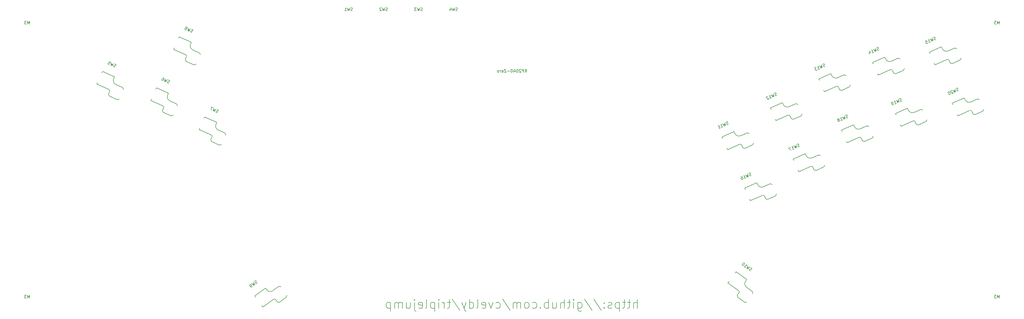
<source format=gbo>
%TF.GenerationSoftware,KiCad,Pcbnew,7.0.5*%
%TF.CreationDate,2023-07-04T10:47:42-05:00*%
%TF.ProjectId,triplejump,74726970-6c65-46a7-956d-702e6b696361,rev?*%
%TF.SameCoordinates,Original*%
%TF.FileFunction,Legend,Bot*%
%TF.FilePolarity,Positive*%
%FSLAX46Y46*%
G04 Gerber Fmt 4.6, Leading zero omitted, Abs format (unit mm)*
G04 Created by KiCad (PCBNEW 7.0.5) date 2023-07-04 10:47:42*
%MOMM*%
%LPD*%
G01*
G04 APERTURE LIST*
%ADD10C,0.150000*%
G04 APERTURE END LIST*
D10*
X234642680Y-128710105D02*
X234642680Y-125710105D01*
X233356966Y-128710105D02*
X233356966Y-127138676D01*
X233356966Y-127138676D02*
X233499823Y-126852962D01*
X233499823Y-126852962D02*
X233785537Y-126710105D01*
X233785537Y-126710105D02*
X234214108Y-126710105D01*
X234214108Y-126710105D02*
X234499823Y-126852962D01*
X234499823Y-126852962D02*
X234642680Y-126995819D01*
X232356965Y-126710105D02*
X231214108Y-126710105D01*
X231928394Y-125710105D02*
X231928394Y-128281533D01*
X231928394Y-128281533D02*
X231785537Y-128567248D01*
X231785537Y-128567248D02*
X231499822Y-128710105D01*
X231499822Y-128710105D02*
X231214108Y-128710105D01*
X230642679Y-126710105D02*
X229499822Y-126710105D01*
X230214108Y-125710105D02*
X230214108Y-128281533D01*
X230214108Y-128281533D02*
X230071251Y-128567248D01*
X230071251Y-128567248D02*
X229785536Y-128710105D01*
X229785536Y-128710105D02*
X229499822Y-128710105D01*
X228499822Y-126710105D02*
X228499822Y-129710105D01*
X228499822Y-126852962D02*
X228214108Y-126710105D01*
X228214108Y-126710105D02*
X227642679Y-126710105D01*
X227642679Y-126710105D02*
X227356965Y-126852962D01*
X227356965Y-126852962D02*
X227214108Y-126995819D01*
X227214108Y-126995819D02*
X227071250Y-127281533D01*
X227071250Y-127281533D02*
X227071250Y-128138676D01*
X227071250Y-128138676D02*
X227214108Y-128424390D01*
X227214108Y-128424390D02*
X227356965Y-128567248D01*
X227356965Y-128567248D02*
X227642679Y-128710105D01*
X227642679Y-128710105D02*
X228214108Y-128710105D01*
X228214108Y-128710105D02*
X228499822Y-128567248D01*
X225928393Y-128567248D02*
X225642679Y-128710105D01*
X225642679Y-128710105D02*
X225071250Y-128710105D01*
X225071250Y-128710105D02*
X224785536Y-128567248D01*
X224785536Y-128567248D02*
X224642679Y-128281533D01*
X224642679Y-128281533D02*
X224642679Y-128138676D01*
X224642679Y-128138676D02*
X224785536Y-127852962D01*
X224785536Y-127852962D02*
X225071250Y-127710105D01*
X225071250Y-127710105D02*
X225499822Y-127710105D01*
X225499822Y-127710105D02*
X225785536Y-127567248D01*
X225785536Y-127567248D02*
X225928393Y-127281533D01*
X225928393Y-127281533D02*
X225928393Y-127138676D01*
X225928393Y-127138676D02*
X225785536Y-126852962D01*
X225785536Y-126852962D02*
X225499822Y-126710105D01*
X225499822Y-126710105D02*
X225071250Y-126710105D01*
X225071250Y-126710105D02*
X224785536Y-126852962D01*
X223356965Y-128424390D02*
X223214108Y-128567248D01*
X223214108Y-128567248D02*
X223356965Y-128710105D01*
X223356965Y-128710105D02*
X223499822Y-128567248D01*
X223499822Y-128567248D02*
X223356965Y-128424390D01*
X223356965Y-128424390D02*
X223356965Y-128710105D01*
X223356965Y-126852962D02*
X223214108Y-126995819D01*
X223214108Y-126995819D02*
X223356965Y-127138676D01*
X223356965Y-127138676D02*
X223499822Y-126995819D01*
X223499822Y-126995819D02*
X223356965Y-126852962D01*
X223356965Y-126852962D02*
X223356965Y-127138676D01*
X219785537Y-125567248D02*
X222356965Y-129424390D01*
X216642680Y-125567248D02*
X219214108Y-129424390D01*
X214356966Y-126710105D02*
X214356966Y-129138676D01*
X214356966Y-129138676D02*
X214499823Y-129424390D01*
X214499823Y-129424390D02*
X214642680Y-129567248D01*
X214642680Y-129567248D02*
X214928394Y-129710105D01*
X214928394Y-129710105D02*
X215356966Y-129710105D01*
X215356966Y-129710105D02*
X215642680Y-129567248D01*
X214356966Y-128567248D02*
X214642680Y-128710105D01*
X214642680Y-128710105D02*
X215214108Y-128710105D01*
X215214108Y-128710105D02*
X215499823Y-128567248D01*
X215499823Y-128567248D02*
X215642680Y-128424390D01*
X215642680Y-128424390D02*
X215785537Y-128138676D01*
X215785537Y-128138676D02*
X215785537Y-127281533D01*
X215785537Y-127281533D02*
X215642680Y-126995819D01*
X215642680Y-126995819D02*
X215499823Y-126852962D01*
X215499823Y-126852962D02*
X215214108Y-126710105D01*
X215214108Y-126710105D02*
X214642680Y-126710105D01*
X214642680Y-126710105D02*
X214356966Y-126852962D01*
X212928394Y-128710105D02*
X212928394Y-126710105D01*
X212928394Y-125710105D02*
X213071251Y-125852962D01*
X213071251Y-125852962D02*
X212928394Y-125995819D01*
X212928394Y-125995819D02*
X212785537Y-125852962D01*
X212785537Y-125852962D02*
X212928394Y-125710105D01*
X212928394Y-125710105D02*
X212928394Y-125995819D01*
X211928394Y-126710105D02*
X210785537Y-126710105D01*
X211499823Y-125710105D02*
X211499823Y-128281533D01*
X211499823Y-128281533D02*
X211356966Y-128567248D01*
X211356966Y-128567248D02*
X211071251Y-128710105D01*
X211071251Y-128710105D02*
X210785537Y-128710105D01*
X209785537Y-128710105D02*
X209785537Y-125710105D01*
X208499823Y-128710105D02*
X208499823Y-127138676D01*
X208499823Y-127138676D02*
X208642680Y-126852962D01*
X208642680Y-126852962D02*
X208928394Y-126710105D01*
X208928394Y-126710105D02*
X209356965Y-126710105D01*
X209356965Y-126710105D02*
X209642680Y-126852962D01*
X209642680Y-126852962D02*
X209785537Y-126995819D01*
X205785537Y-126710105D02*
X205785537Y-128710105D01*
X207071251Y-126710105D02*
X207071251Y-128281533D01*
X207071251Y-128281533D02*
X206928394Y-128567248D01*
X206928394Y-128567248D02*
X206642679Y-128710105D01*
X206642679Y-128710105D02*
X206214108Y-128710105D01*
X206214108Y-128710105D02*
X205928394Y-128567248D01*
X205928394Y-128567248D02*
X205785537Y-128424390D01*
X204356965Y-128710105D02*
X204356965Y-125710105D01*
X204356965Y-126852962D02*
X204071251Y-126710105D01*
X204071251Y-126710105D02*
X203499822Y-126710105D01*
X203499822Y-126710105D02*
X203214108Y-126852962D01*
X203214108Y-126852962D02*
X203071251Y-126995819D01*
X203071251Y-126995819D02*
X202928393Y-127281533D01*
X202928393Y-127281533D02*
X202928393Y-128138676D01*
X202928393Y-128138676D02*
X203071251Y-128424390D01*
X203071251Y-128424390D02*
X203214108Y-128567248D01*
X203214108Y-128567248D02*
X203499822Y-128710105D01*
X203499822Y-128710105D02*
X204071251Y-128710105D01*
X204071251Y-128710105D02*
X204356965Y-128567248D01*
X201642679Y-128424390D02*
X201499822Y-128567248D01*
X201499822Y-128567248D02*
X201642679Y-128710105D01*
X201642679Y-128710105D02*
X201785536Y-128567248D01*
X201785536Y-128567248D02*
X201642679Y-128424390D01*
X201642679Y-128424390D02*
X201642679Y-128710105D01*
X198928394Y-128567248D02*
X199214108Y-128710105D01*
X199214108Y-128710105D02*
X199785536Y-128710105D01*
X199785536Y-128710105D02*
X200071251Y-128567248D01*
X200071251Y-128567248D02*
X200214108Y-128424390D01*
X200214108Y-128424390D02*
X200356965Y-128138676D01*
X200356965Y-128138676D02*
X200356965Y-127281533D01*
X200356965Y-127281533D02*
X200214108Y-126995819D01*
X200214108Y-126995819D02*
X200071251Y-126852962D01*
X200071251Y-126852962D02*
X199785536Y-126710105D01*
X199785536Y-126710105D02*
X199214108Y-126710105D01*
X199214108Y-126710105D02*
X198928394Y-126852962D01*
X197214107Y-128710105D02*
X197499822Y-128567248D01*
X197499822Y-128567248D02*
X197642679Y-128424390D01*
X197642679Y-128424390D02*
X197785536Y-128138676D01*
X197785536Y-128138676D02*
X197785536Y-127281533D01*
X197785536Y-127281533D02*
X197642679Y-126995819D01*
X197642679Y-126995819D02*
X197499822Y-126852962D01*
X197499822Y-126852962D02*
X197214107Y-126710105D01*
X197214107Y-126710105D02*
X196785536Y-126710105D01*
X196785536Y-126710105D02*
X196499822Y-126852962D01*
X196499822Y-126852962D02*
X196356965Y-126995819D01*
X196356965Y-126995819D02*
X196214107Y-127281533D01*
X196214107Y-127281533D02*
X196214107Y-128138676D01*
X196214107Y-128138676D02*
X196356965Y-128424390D01*
X196356965Y-128424390D02*
X196499822Y-128567248D01*
X196499822Y-128567248D02*
X196785536Y-128710105D01*
X196785536Y-128710105D02*
X197214107Y-128710105D01*
X194928393Y-128710105D02*
X194928393Y-126710105D01*
X194928393Y-126995819D02*
X194785536Y-126852962D01*
X194785536Y-126852962D02*
X194499821Y-126710105D01*
X194499821Y-126710105D02*
X194071250Y-126710105D01*
X194071250Y-126710105D02*
X193785536Y-126852962D01*
X193785536Y-126852962D02*
X193642679Y-127138676D01*
X193642679Y-127138676D02*
X193642679Y-128710105D01*
X193642679Y-127138676D02*
X193499821Y-126852962D01*
X193499821Y-126852962D02*
X193214107Y-126710105D01*
X193214107Y-126710105D02*
X192785536Y-126710105D01*
X192785536Y-126710105D02*
X192499821Y-126852962D01*
X192499821Y-126852962D02*
X192356964Y-127138676D01*
X192356964Y-127138676D02*
X192356964Y-128710105D01*
X188785536Y-125567248D02*
X191356964Y-129424390D01*
X186499822Y-128567248D02*
X186785536Y-128710105D01*
X186785536Y-128710105D02*
X187356964Y-128710105D01*
X187356964Y-128710105D02*
X187642679Y-128567248D01*
X187642679Y-128567248D02*
X187785536Y-128424390D01*
X187785536Y-128424390D02*
X187928393Y-128138676D01*
X187928393Y-128138676D02*
X187928393Y-127281533D01*
X187928393Y-127281533D02*
X187785536Y-126995819D01*
X187785536Y-126995819D02*
X187642679Y-126852962D01*
X187642679Y-126852962D02*
X187356964Y-126710105D01*
X187356964Y-126710105D02*
X186785536Y-126710105D01*
X186785536Y-126710105D02*
X186499822Y-126852962D01*
X185499821Y-126710105D02*
X184785535Y-128710105D01*
X184785535Y-128710105D02*
X184071250Y-126710105D01*
X181785536Y-128567248D02*
X182071250Y-128710105D01*
X182071250Y-128710105D02*
X182642679Y-128710105D01*
X182642679Y-128710105D02*
X182928393Y-128567248D01*
X182928393Y-128567248D02*
X183071250Y-128281533D01*
X183071250Y-128281533D02*
X183071250Y-127138676D01*
X183071250Y-127138676D02*
X182928393Y-126852962D01*
X182928393Y-126852962D02*
X182642679Y-126710105D01*
X182642679Y-126710105D02*
X182071250Y-126710105D01*
X182071250Y-126710105D02*
X181785536Y-126852962D01*
X181785536Y-126852962D02*
X181642679Y-127138676D01*
X181642679Y-127138676D02*
X181642679Y-127424390D01*
X181642679Y-127424390D02*
X183071250Y-127710105D01*
X179928392Y-128710105D02*
X180214107Y-128567248D01*
X180214107Y-128567248D02*
X180356964Y-128281533D01*
X180356964Y-128281533D02*
X180356964Y-125710105D01*
X177499821Y-128710105D02*
X177499821Y-125710105D01*
X177499821Y-128567248D02*
X177785535Y-128710105D01*
X177785535Y-128710105D02*
X178356963Y-128710105D01*
X178356963Y-128710105D02*
X178642678Y-128567248D01*
X178642678Y-128567248D02*
X178785535Y-128424390D01*
X178785535Y-128424390D02*
X178928392Y-128138676D01*
X178928392Y-128138676D02*
X178928392Y-127281533D01*
X178928392Y-127281533D02*
X178785535Y-126995819D01*
X178785535Y-126995819D02*
X178642678Y-126852962D01*
X178642678Y-126852962D02*
X178356963Y-126710105D01*
X178356963Y-126710105D02*
X177785535Y-126710105D01*
X177785535Y-126710105D02*
X177499821Y-126852962D01*
X176356963Y-126710105D02*
X175642677Y-128710105D01*
X174928392Y-126710105D02*
X175642677Y-128710105D01*
X175642677Y-128710105D02*
X175928392Y-129424390D01*
X175928392Y-129424390D02*
X176071249Y-129567248D01*
X176071249Y-129567248D02*
X176356963Y-129710105D01*
X171642678Y-125567248D02*
X174214106Y-129424390D01*
X171071249Y-126710105D02*
X169928392Y-126710105D01*
X170642678Y-125710105D02*
X170642678Y-128281533D01*
X170642678Y-128281533D02*
X170499821Y-128567248D01*
X170499821Y-128567248D02*
X170214106Y-128710105D01*
X170214106Y-128710105D02*
X169928392Y-128710105D01*
X168928392Y-128710105D02*
X168928392Y-126710105D01*
X168928392Y-127281533D02*
X168785535Y-126995819D01*
X168785535Y-126995819D02*
X168642678Y-126852962D01*
X168642678Y-126852962D02*
X168356963Y-126710105D01*
X168356963Y-126710105D02*
X168071249Y-126710105D01*
X167071249Y-128710105D02*
X167071249Y-126710105D01*
X167071249Y-125710105D02*
X167214106Y-125852962D01*
X167214106Y-125852962D02*
X167071249Y-125995819D01*
X167071249Y-125995819D02*
X166928392Y-125852962D01*
X166928392Y-125852962D02*
X167071249Y-125710105D01*
X167071249Y-125710105D02*
X167071249Y-125995819D01*
X165642678Y-126710105D02*
X165642678Y-129710105D01*
X165642678Y-126852962D02*
X165356964Y-126710105D01*
X165356964Y-126710105D02*
X164785535Y-126710105D01*
X164785535Y-126710105D02*
X164499821Y-126852962D01*
X164499821Y-126852962D02*
X164356964Y-126995819D01*
X164356964Y-126995819D02*
X164214106Y-127281533D01*
X164214106Y-127281533D02*
X164214106Y-128138676D01*
X164214106Y-128138676D02*
X164356964Y-128424390D01*
X164356964Y-128424390D02*
X164499821Y-128567248D01*
X164499821Y-128567248D02*
X164785535Y-128710105D01*
X164785535Y-128710105D02*
X165356964Y-128710105D01*
X165356964Y-128710105D02*
X165642678Y-128567248D01*
X162499820Y-128710105D02*
X162785535Y-128567248D01*
X162785535Y-128567248D02*
X162928392Y-128281533D01*
X162928392Y-128281533D02*
X162928392Y-125710105D01*
X160214106Y-128567248D02*
X160499820Y-128710105D01*
X160499820Y-128710105D02*
X161071249Y-128710105D01*
X161071249Y-128710105D02*
X161356963Y-128567248D01*
X161356963Y-128567248D02*
X161499820Y-128281533D01*
X161499820Y-128281533D02*
X161499820Y-127138676D01*
X161499820Y-127138676D02*
X161356963Y-126852962D01*
X161356963Y-126852962D02*
X161071249Y-126710105D01*
X161071249Y-126710105D02*
X160499820Y-126710105D01*
X160499820Y-126710105D02*
X160214106Y-126852962D01*
X160214106Y-126852962D02*
X160071249Y-127138676D01*
X160071249Y-127138676D02*
X160071249Y-127424390D01*
X160071249Y-127424390D02*
X161499820Y-127710105D01*
X158785534Y-126710105D02*
X158785534Y-129281533D01*
X158785534Y-129281533D02*
X158928391Y-129567248D01*
X158928391Y-129567248D02*
X159214105Y-129710105D01*
X159214105Y-129710105D02*
X159356962Y-129710105D01*
X158785534Y-125710105D02*
X158928391Y-125852962D01*
X158928391Y-125852962D02*
X158785534Y-125995819D01*
X158785534Y-125995819D02*
X158642677Y-125852962D01*
X158642677Y-125852962D02*
X158785534Y-125710105D01*
X158785534Y-125710105D02*
X158785534Y-125995819D01*
X156071249Y-126710105D02*
X156071249Y-128710105D01*
X157356963Y-126710105D02*
X157356963Y-128281533D01*
X157356963Y-128281533D02*
X157214106Y-128567248D01*
X157214106Y-128567248D02*
X156928391Y-128710105D01*
X156928391Y-128710105D02*
X156499820Y-128710105D01*
X156499820Y-128710105D02*
X156214106Y-128567248D01*
X156214106Y-128567248D02*
X156071249Y-128424390D01*
X154642677Y-128710105D02*
X154642677Y-126710105D01*
X154642677Y-126995819D02*
X154499820Y-126852962D01*
X154499820Y-126852962D02*
X154214105Y-126710105D01*
X154214105Y-126710105D02*
X153785534Y-126710105D01*
X153785534Y-126710105D02*
X153499820Y-126852962D01*
X153499820Y-126852962D02*
X153356963Y-127138676D01*
X153356963Y-127138676D02*
X153356963Y-128710105D01*
X153356963Y-127138676D02*
X153214105Y-126852962D01*
X153214105Y-126852962D02*
X152928391Y-126710105D01*
X152928391Y-126710105D02*
X152499820Y-126710105D01*
X152499820Y-126710105D02*
X152214105Y-126852962D01*
X152214105Y-126852962D02*
X152071248Y-127138676D01*
X152071248Y-127138676D02*
X152071248Y-128710105D01*
X150642677Y-126710105D02*
X150642677Y-129710105D01*
X150642677Y-126852962D02*
X150356963Y-126710105D01*
X150356963Y-126710105D02*
X149785534Y-126710105D01*
X149785534Y-126710105D02*
X149499820Y-126852962D01*
X149499820Y-126852962D02*
X149356963Y-126995819D01*
X149356963Y-126995819D02*
X149214105Y-127281533D01*
X149214105Y-127281533D02*
X149214105Y-128138676D01*
X149214105Y-128138676D02*
X149356963Y-128424390D01*
X149356963Y-128424390D02*
X149499820Y-128567248D01*
X149499820Y-128567248D02*
X149785534Y-128710105D01*
X149785534Y-128710105D02*
X150356963Y-128710105D01*
X150356963Y-128710105D02*
X150642677Y-128567248D01*
X196380774Y-48359555D02*
X196714107Y-47883364D01*
X196952202Y-48359555D02*
X196952202Y-47359555D01*
X196952202Y-47359555D02*
X196571250Y-47359555D01*
X196571250Y-47359555D02*
X196476012Y-47407174D01*
X196476012Y-47407174D02*
X196428393Y-47454793D01*
X196428393Y-47454793D02*
X196380774Y-47550031D01*
X196380774Y-47550031D02*
X196380774Y-47692888D01*
X196380774Y-47692888D02*
X196428393Y-47788126D01*
X196428393Y-47788126D02*
X196476012Y-47835745D01*
X196476012Y-47835745D02*
X196571250Y-47883364D01*
X196571250Y-47883364D02*
X196952202Y-47883364D01*
X195952202Y-48359555D02*
X195952202Y-47359555D01*
X195952202Y-47359555D02*
X195571250Y-47359555D01*
X195571250Y-47359555D02*
X195476012Y-47407174D01*
X195476012Y-47407174D02*
X195428393Y-47454793D01*
X195428393Y-47454793D02*
X195380774Y-47550031D01*
X195380774Y-47550031D02*
X195380774Y-47692888D01*
X195380774Y-47692888D02*
X195428393Y-47788126D01*
X195428393Y-47788126D02*
X195476012Y-47835745D01*
X195476012Y-47835745D02*
X195571250Y-47883364D01*
X195571250Y-47883364D02*
X195952202Y-47883364D01*
X194999821Y-47454793D02*
X194952202Y-47407174D01*
X194952202Y-47407174D02*
X194856964Y-47359555D01*
X194856964Y-47359555D02*
X194618869Y-47359555D01*
X194618869Y-47359555D02*
X194523631Y-47407174D01*
X194523631Y-47407174D02*
X194476012Y-47454793D01*
X194476012Y-47454793D02*
X194428393Y-47550031D01*
X194428393Y-47550031D02*
X194428393Y-47645269D01*
X194428393Y-47645269D02*
X194476012Y-47788126D01*
X194476012Y-47788126D02*
X195047440Y-48359555D01*
X195047440Y-48359555D02*
X194428393Y-48359555D01*
X193809345Y-47359555D02*
X193714107Y-47359555D01*
X193714107Y-47359555D02*
X193618869Y-47407174D01*
X193618869Y-47407174D02*
X193571250Y-47454793D01*
X193571250Y-47454793D02*
X193523631Y-47550031D01*
X193523631Y-47550031D02*
X193476012Y-47740507D01*
X193476012Y-47740507D02*
X193476012Y-47978602D01*
X193476012Y-47978602D02*
X193523631Y-48169078D01*
X193523631Y-48169078D02*
X193571250Y-48264316D01*
X193571250Y-48264316D02*
X193618869Y-48311936D01*
X193618869Y-48311936D02*
X193714107Y-48359555D01*
X193714107Y-48359555D02*
X193809345Y-48359555D01*
X193809345Y-48359555D02*
X193904583Y-48311936D01*
X193904583Y-48311936D02*
X193952202Y-48264316D01*
X193952202Y-48264316D02*
X193999821Y-48169078D01*
X193999821Y-48169078D02*
X194047440Y-47978602D01*
X194047440Y-47978602D02*
X194047440Y-47740507D01*
X194047440Y-47740507D02*
X193999821Y-47550031D01*
X193999821Y-47550031D02*
X193952202Y-47454793D01*
X193952202Y-47454793D02*
X193904583Y-47407174D01*
X193904583Y-47407174D02*
X193809345Y-47359555D01*
X192618869Y-47692888D02*
X192618869Y-48359555D01*
X192856964Y-47311936D02*
X193095059Y-48026221D01*
X193095059Y-48026221D02*
X192476012Y-48026221D01*
X191904583Y-47359555D02*
X191809345Y-47359555D01*
X191809345Y-47359555D02*
X191714107Y-47407174D01*
X191714107Y-47407174D02*
X191666488Y-47454793D01*
X191666488Y-47454793D02*
X191618869Y-47550031D01*
X191618869Y-47550031D02*
X191571250Y-47740507D01*
X191571250Y-47740507D02*
X191571250Y-47978602D01*
X191571250Y-47978602D02*
X191618869Y-48169078D01*
X191618869Y-48169078D02*
X191666488Y-48264316D01*
X191666488Y-48264316D02*
X191714107Y-48311936D01*
X191714107Y-48311936D02*
X191809345Y-48359555D01*
X191809345Y-48359555D02*
X191904583Y-48359555D01*
X191904583Y-48359555D02*
X191999821Y-48311936D01*
X191999821Y-48311936D02*
X192047440Y-48264316D01*
X192047440Y-48264316D02*
X192095059Y-48169078D01*
X192095059Y-48169078D02*
X192142678Y-47978602D01*
X192142678Y-47978602D02*
X192142678Y-47740507D01*
X192142678Y-47740507D02*
X192095059Y-47550031D01*
X192095059Y-47550031D02*
X192047440Y-47454793D01*
X192047440Y-47454793D02*
X191999821Y-47407174D01*
X191999821Y-47407174D02*
X191904583Y-47359555D01*
X191142678Y-47978602D02*
X190380774Y-47978602D01*
X189999821Y-47359555D02*
X189333155Y-47359555D01*
X189333155Y-47359555D02*
X189999821Y-48359555D01*
X189999821Y-48359555D02*
X189333155Y-48359555D01*
X188571250Y-48311936D02*
X188666488Y-48359555D01*
X188666488Y-48359555D02*
X188856964Y-48359555D01*
X188856964Y-48359555D02*
X188952202Y-48311936D01*
X188952202Y-48311936D02*
X188999821Y-48216697D01*
X188999821Y-48216697D02*
X188999821Y-47835745D01*
X188999821Y-47835745D02*
X188952202Y-47740507D01*
X188952202Y-47740507D02*
X188856964Y-47692888D01*
X188856964Y-47692888D02*
X188666488Y-47692888D01*
X188666488Y-47692888D02*
X188571250Y-47740507D01*
X188571250Y-47740507D02*
X188523631Y-47835745D01*
X188523631Y-47835745D02*
X188523631Y-47930983D01*
X188523631Y-47930983D02*
X188999821Y-48026221D01*
X188095059Y-48359555D02*
X188095059Y-47692888D01*
X188095059Y-47883364D02*
X188047440Y-47788126D01*
X188047440Y-47788126D02*
X187999821Y-47740507D01*
X187999821Y-47740507D02*
X187904583Y-47692888D01*
X187904583Y-47692888D02*
X187809345Y-47692888D01*
X187333154Y-48359555D02*
X187428392Y-48311936D01*
X187428392Y-48311936D02*
X187476011Y-48264316D01*
X187476011Y-48264316D02*
X187523630Y-48169078D01*
X187523630Y-48169078D02*
X187523630Y-47883364D01*
X187523630Y-47883364D02*
X187476011Y-47788126D01*
X187476011Y-47788126D02*
X187428392Y-47740507D01*
X187428392Y-47740507D02*
X187333154Y-47692888D01*
X187333154Y-47692888D02*
X187190297Y-47692888D01*
X187190297Y-47692888D02*
X187095059Y-47740507D01*
X187095059Y-47740507D02*
X187047440Y-47788126D01*
X187047440Y-47788126D02*
X186999821Y-47883364D01*
X186999821Y-47883364D02*
X186999821Y-48169078D01*
X186999821Y-48169078D02*
X187047440Y-48264316D01*
X187047440Y-48264316D02*
X187095059Y-48311936D01*
X187095059Y-48311936D02*
X187190297Y-48359555D01*
X187190297Y-48359555D02*
X187333154Y-48359555D01*
%TO.C,SW18*%
X306311672Y-63681608D02*
X306200534Y-63783215D01*
X306200534Y-63783215D02*
X305983023Y-63880057D01*
X305983023Y-63880057D02*
X305876650Y-63875292D01*
X305876650Y-63875292D02*
X305813780Y-63851158D01*
X305813780Y-63851158D02*
X305731541Y-63783522D01*
X305731541Y-63783522D02*
X305692804Y-63696518D01*
X305692804Y-63696518D02*
X305697569Y-63590145D01*
X305697569Y-63590145D02*
X305721703Y-63527274D01*
X305721703Y-63527274D02*
X305789339Y-63445035D01*
X305789339Y-63445035D02*
X305943979Y-63324060D01*
X305943979Y-63324060D02*
X306011615Y-63241821D01*
X306011615Y-63241821D02*
X306035749Y-63178950D01*
X306035749Y-63178950D02*
X306040514Y-63072577D01*
X306040514Y-63072577D02*
X306001777Y-62985573D01*
X306001777Y-62985573D02*
X305919538Y-62917937D01*
X305919538Y-62917937D02*
X305856668Y-62893803D01*
X305856668Y-62893803D02*
X305750295Y-62889038D01*
X305750295Y-62889038D02*
X305532784Y-62985880D01*
X305532784Y-62985880D02*
X305421646Y-63087487D01*
X305097763Y-63179564D02*
X305286988Y-64189952D01*
X305286988Y-64189952D02*
X304822454Y-63614893D01*
X304822454Y-63614893D02*
X304938971Y-64344899D01*
X304938971Y-64344899D02*
X304314724Y-63528196D01*
X303894919Y-64809741D02*
X304416945Y-64577320D01*
X304155932Y-64693530D02*
X303749196Y-63779985D01*
X303749196Y-63779985D02*
X303894305Y-63871754D01*
X303894305Y-63871754D02*
X304020046Y-63920022D01*
X304020046Y-63920022D02*
X304126419Y-63924787D01*
X303140472Y-64520136D02*
X303208108Y-64437897D01*
X303208108Y-64437897D02*
X303232242Y-64375026D01*
X303232242Y-64375026D02*
X303237007Y-64268653D01*
X303237007Y-64268653D02*
X303217639Y-64225151D01*
X303217639Y-64225151D02*
X303135400Y-64157515D01*
X303135400Y-64157515D02*
X303072529Y-64133382D01*
X303072529Y-64133382D02*
X302966157Y-64128616D01*
X302966157Y-64128616D02*
X302792148Y-64206090D01*
X302792148Y-64206090D02*
X302724512Y-64288329D01*
X302724512Y-64288329D02*
X302700378Y-64351199D01*
X302700378Y-64351199D02*
X302695613Y-64457572D01*
X302695613Y-64457572D02*
X302714981Y-64501074D01*
X302714981Y-64501074D02*
X302797220Y-64568710D01*
X302797220Y-64568710D02*
X302860091Y-64592844D01*
X302860091Y-64592844D02*
X302966464Y-64597609D01*
X302966464Y-64597609D02*
X303140472Y-64520136D01*
X303140472Y-64520136D02*
X303246845Y-64524901D01*
X303246845Y-64524901D02*
X303309716Y-64549035D01*
X303309716Y-64549035D02*
X303391955Y-64616671D01*
X303391955Y-64616671D02*
X303469428Y-64790679D01*
X303469428Y-64790679D02*
X303464663Y-64897052D01*
X303464663Y-64897052D02*
X303440529Y-64959923D01*
X303440529Y-64959923D02*
X303372893Y-65042162D01*
X303372893Y-65042162D02*
X303198885Y-65119635D01*
X303198885Y-65119635D02*
X303092512Y-65114870D01*
X303092512Y-65114870D02*
X303029641Y-65090736D01*
X303029641Y-65090736D02*
X302947402Y-65023100D01*
X302947402Y-65023100D02*
X302869929Y-64849092D01*
X302869929Y-64849092D02*
X302874694Y-64742719D01*
X302874694Y-64742719D02*
X302898828Y-64679848D01*
X302898828Y-64679848D02*
X302966464Y-64597609D01*
%TO.C,SW10*%
X273123323Y-116008165D02*
X272979759Y-115962720D01*
X272979759Y-115962720D02*
X272787136Y-115822771D01*
X272787136Y-115822771D02*
X272738077Y-115728267D01*
X272738077Y-115728267D02*
X272727542Y-115661752D01*
X272727542Y-115661752D02*
X272744997Y-115556713D01*
X272744997Y-115556713D02*
X272800976Y-115479664D01*
X272800976Y-115479664D02*
X272895480Y-115430605D01*
X272895480Y-115430605D02*
X272961995Y-115420070D01*
X272961995Y-115420070D02*
X273067034Y-115437525D01*
X273067034Y-115437525D02*
X273249122Y-115510959D01*
X273249122Y-115510959D02*
X273354161Y-115528414D01*
X273354161Y-115528414D02*
X273420676Y-115517879D01*
X273420676Y-115517879D02*
X273515180Y-115468820D01*
X273515180Y-115468820D02*
X273571159Y-115391771D01*
X273571159Y-115391771D02*
X273588614Y-115286732D01*
X273588614Y-115286732D02*
X273578079Y-115220217D01*
X273578079Y-115220217D02*
X273529020Y-115125713D01*
X273529020Y-115125713D02*
X273336397Y-114985764D01*
X273336397Y-114985764D02*
X273192833Y-114940320D01*
X272951151Y-114705867D02*
X272170742Y-115374935D01*
X272170742Y-115374935D02*
X272436490Y-114685106D01*
X272436490Y-114685106D02*
X271862545Y-115151016D01*
X271862545Y-115151016D02*
X272257707Y-114202051D01*
X270937955Y-114479262D02*
X271400250Y-114815139D01*
X271169102Y-114647201D02*
X271756887Y-113838184D01*
X271756887Y-113838184D02*
X271749967Y-114009737D01*
X271749967Y-114009737D02*
X271771037Y-114142766D01*
X271771037Y-114142766D02*
X271820097Y-114237270D01*
X271024920Y-113306378D02*
X270947870Y-113250398D01*
X270947870Y-113250398D02*
X270842831Y-113232943D01*
X270842831Y-113232943D02*
X270776317Y-113243478D01*
X270776317Y-113243478D02*
X270681813Y-113292538D01*
X270681813Y-113292538D02*
X270531329Y-113418646D01*
X270531329Y-113418646D02*
X270391380Y-113611270D01*
X270391380Y-113611270D02*
X270317946Y-113793358D01*
X270317946Y-113793358D02*
X270300491Y-113898397D01*
X270300491Y-113898397D02*
X270311026Y-113964911D01*
X270311026Y-113964911D02*
X270360085Y-114059415D01*
X270360085Y-114059415D02*
X270437134Y-114115395D01*
X270437134Y-114115395D02*
X270542173Y-114132850D01*
X270542173Y-114132850D02*
X270608688Y-114122315D01*
X270608688Y-114122315D02*
X270703192Y-114073255D01*
X270703192Y-114073255D02*
X270853676Y-113947147D01*
X270853676Y-113947147D02*
X270993625Y-113754524D01*
X270993625Y-113754524D02*
X271067059Y-113572435D01*
X271067059Y-113572435D02*
X271084514Y-113467396D01*
X271084514Y-113467396D02*
X271073979Y-113400882D01*
X271073979Y-113400882D02*
X271024920Y-113306378D01*
%TO.C,SW12*%
X282103215Y-56144727D02*
X281992077Y-56246334D01*
X281992077Y-56246334D02*
X281774566Y-56343176D01*
X281774566Y-56343176D02*
X281668193Y-56338411D01*
X281668193Y-56338411D02*
X281605323Y-56314277D01*
X281605323Y-56314277D02*
X281523084Y-56246641D01*
X281523084Y-56246641D02*
X281484347Y-56159637D01*
X281484347Y-56159637D02*
X281489112Y-56053264D01*
X281489112Y-56053264D02*
X281513246Y-55990393D01*
X281513246Y-55990393D02*
X281580882Y-55908154D01*
X281580882Y-55908154D02*
X281735522Y-55787179D01*
X281735522Y-55787179D02*
X281803158Y-55704940D01*
X281803158Y-55704940D02*
X281827292Y-55642069D01*
X281827292Y-55642069D02*
X281832057Y-55535696D01*
X281832057Y-55535696D02*
X281793320Y-55448692D01*
X281793320Y-55448692D02*
X281711081Y-55381056D01*
X281711081Y-55381056D02*
X281648211Y-55356922D01*
X281648211Y-55356922D02*
X281541838Y-55352157D01*
X281541838Y-55352157D02*
X281324327Y-55448999D01*
X281324327Y-55448999D02*
X281213189Y-55550606D01*
X280889306Y-55642683D02*
X281078531Y-56653071D01*
X281078531Y-56653071D02*
X280613997Y-56078012D01*
X280613997Y-56078012D02*
X280730514Y-56808018D01*
X280730514Y-56808018D02*
X280106267Y-55991315D01*
X279686462Y-57272860D02*
X280208488Y-57040439D01*
X279947475Y-57156649D02*
X279540739Y-56243104D01*
X279540739Y-56243104D02*
X279685848Y-56334873D01*
X279685848Y-56334873D02*
X279811589Y-56383141D01*
X279811589Y-56383141D02*
X279917962Y-56387906D01*
X278970445Y-56601266D02*
X278907574Y-56577132D01*
X278907574Y-56577132D02*
X278801202Y-56572367D01*
X278801202Y-56572367D02*
X278583691Y-56669209D01*
X278583691Y-56669209D02*
X278516055Y-56751448D01*
X278516055Y-56751448D02*
X278491921Y-56814318D01*
X278491921Y-56814318D02*
X278487156Y-56920691D01*
X278487156Y-56920691D02*
X278525893Y-57007696D01*
X278525893Y-57007696D02*
X278627500Y-57118834D01*
X278627500Y-57118834D02*
X279381947Y-57408439D01*
X279381947Y-57408439D02*
X278816419Y-57660228D01*
%TO.C,SW9*%
X105329132Y-120038692D02*
X105241547Y-120161186D01*
X105241547Y-120161186D02*
X105048924Y-120301135D01*
X105048924Y-120301135D02*
X104943885Y-120318590D01*
X104943885Y-120318590D02*
X104877371Y-120308055D01*
X104877371Y-120308055D02*
X104782867Y-120258995D01*
X104782867Y-120258995D02*
X104726887Y-120181946D01*
X104726887Y-120181946D02*
X104709432Y-120076907D01*
X104709432Y-120076907D02*
X104719967Y-120010393D01*
X104719967Y-120010393D02*
X104769027Y-119915888D01*
X104769027Y-119915888D02*
X104895135Y-119765405D01*
X104895135Y-119765405D02*
X104944195Y-119670901D01*
X104944195Y-119670901D02*
X104954730Y-119604386D01*
X104954730Y-119604386D02*
X104937275Y-119499347D01*
X104937275Y-119499347D02*
X104881295Y-119422298D01*
X104881295Y-119422298D02*
X104786791Y-119373238D01*
X104786791Y-119373238D02*
X104720277Y-119362704D01*
X104720277Y-119362704D02*
X104615238Y-119380159D01*
X104615238Y-119380159D02*
X104422615Y-119520107D01*
X104422615Y-119520107D02*
X104335030Y-119642601D01*
X104037368Y-119800005D02*
X104432530Y-120748971D01*
X104432530Y-120748971D02*
X103858585Y-120283061D01*
X103858585Y-120283061D02*
X104124333Y-120972889D01*
X104124333Y-120972889D02*
X103343925Y-120303821D01*
X103584989Y-121364746D02*
X103430890Y-121476705D01*
X103430890Y-121476705D02*
X103325851Y-121494160D01*
X103325851Y-121494160D02*
X103259337Y-121483625D01*
X103259337Y-121483625D02*
X103098319Y-121424031D01*
X103098319Y-121424031D02*
X102947835Y-121297922D01*
X102947835Y-121297922D02*
X102723917Y-120989725D01*
X102723917Y-120989725D02*
X102706462Y-120884686D01*
X102706462Y-120884686D02*
X102716997Y-120818172D01*
X102716997Y-120818172D02*
X102766056Y-120723668D01*
X102766056Y-120723668D02*
X102920154Y-120611709D01*
X102920154Y-120611709D02*
X103025193Y-120594254D01*
X103025193Y-120594254D02*
X103091708Y-120604788D01*
X103091708Y-120604788D02*
X103186212Y-120653848D01*
X103186212Y-120653848D02*
X103326161Y-120846471D01*
X103326161Y-120846471D02*
X103343616Y-120951510D01*
X103343616Y-120951510D02*
X103333081Y-121018024D01*
X103333081Y-121018024D02*
X103284022Y-121112529D01*
X103284022Y-121112529D02*
X103129923Y-121224488D01*
X103129923Y-121224488D02*
X103024884Y-121241943D01*
X103024884Y-121241943D02*
X102958370Y-121231408D01*
X102958370Y-121231408D02*
X102863865Y-121182348D01*
%TO.C,SW20*%
X343946505Y-54538423D02*
X343835367Y-54640030D01*
X343835367Y-54640030D02*
X343617856Y-54736872D01*
X343617856Y-54736872D02*
X343511483Y-54732107D01*
X343511483Y-54732107D02*
X343448613Y-54707973D01*
X343448613Y-54707973D02*
X343366374Y-54640337D01*
X343366374Y-54640337D02*
X343327637Y-54553333D01*
X343327637Y-54553333D02*
X343332402Y-54446960D01*
X343332402Y-54446960D02*
X343356536Y-54384089D01*
X343356536Y-54384089D02*
X343424172Y-54301850D01*
X343424172Y-54301850D02*
X343578812Y-54180875D01*
X343578812Y-54180875D02*
X343646448Y-54098636D01*
X343646448Y-54098636D02*
X343670582Y-54035765D01*
X343670582Y-54035765D02*
X343675347Y-53929392D01*
X343675347Y-53929392D02*
X343636610Y-53842388D01*
X343636610Y-53842388D02*
X343554371Y-53774752D01*
X343554371Y-53774752D02*
X343491501Y-53750618D01*
X343491501Y-53750618D02*
X343385128Y-53745853D01*
X343385128Y-53745853D02*
X343167617Y-53842695D01*
X343167617Y-53842695D02*
X343056479Y-53944302D01*
X342732596Y-54036379D02*
X342921821Y-55046767D01*
X342921821Y-55046767D02*
X342457287Y-54471708D01*
X342457287Y-54471708D02*
X342573804Y-55201714D01*
X342573804Y-55201714D02*
X341949557Y-54385011D01*
X341683778Y-54607594D02*
X341620908Y-54583460D01*
X341620908Y-54583460D02*
X341514535Y-54578695D01*
X341514535Y-54578695D02*
X341297024Y-54675537D01*
X341297024Y-54675537D02*
X341229388Y-54757776D01*
X341229388Y-54757776D02*
X341205255Y-54820646D01*
X341205255Y-54820646D02*
X341200489Y-54927019D01*
X341200489Y-54927019D02*
X341239226Y-55014023D01*
X341239226Y-55014023D02*
X341340833Y-55125161D01*
X341340833Y-55125161D02*
X342095280Y-55414766D01*
X342095280Y-55414766D02*
X341529752Y-55666556D01*
X340557487Y-55004800D02*
X340470483Y-55043536D01*
X340470483Y-55043536D02*
X340402847Y-55125775D01*
X340402847Y-55125775D02*
X340378713Y-55188646D01*
X340378713Y-55188646D02*
X340373948Y-55295019D01*
X340373948Y-55295019D02*
X340407920Y-55488396D01*
X340407920Y-55488396D02*
X340504762Y-55705907D01*
X340504762Y-55705907D02*
X340625737Y-55860547D01*
X340625737Y-55860547D02*
X340707976Y-55928183D01*
X340707976Y-55928183D02*
X340770847Y-55952317D01*
X340770847Y-55952317D02*
X340877220Y-55957082D01*
X340877220Y-55957082D02*
X340964224Y-55918345D01*
X340964224Y-55918345D02*
X341031860Y-55836106D01*
X341031860Y-55836106D02*
X341055994Y-55773236D01*
X341055994Y-55773236D02*
X341060759Y-55666863D01*
X341060759Y-55666863D02*
X341026788Y-55473486D01*
X341026788Y-55473486D02*
X340929945Y-55255975D01*
X340929945Y-55255975D02*
X340808970Y-55101335D01*
X340808970Y-55101335D02*
X340726731Y-55033699D01*
X340726731Y-55033699D02*
X340663860Y-55009565D01*
X340663860Y-55009565D02*
X340557487Y-55004800D01*
%TO.C,SW5*%
X56926599Y-46618084D02*
X56776725Y-46603480D01*
X56776725Y-46603480D02*
X56559214Y-46506638D01*
X56559214Y-46506638D02*
X56491578Y-46424399D01*
X56491578Y-46424399D02*
X56467444Y-46361529D01*
X56467444Y-46361529D02*
X56462679Y-46255156D01*
X56462679Y-46255156D02*
X56501416Y-46168152D01*
X56501416Y-46168152D02*
X56583655Y-46100516D01*
X56583655Y-46100516D02*
X56646525Y-46076382D01*
X56646525Y-46076382D02*
X56752898Y-46071617D01*
X56752898Y-46071617D02*
X56946275Y-46105588D01*
X56946275Y-46105588D02*
X57052648Y-46100823D01*
X57052648Y-46100823D02*
X57115518Y-46076689D01*
X57115518Y-46076689D02*
X57197757Y-46009053D01*
X57197757Y-46009053D02*
X57236494Y-45922049D01*
X57236494Y-45922049D02*
X57231729Y-45815676D01*
X57231729Y-45815676D02*
X57207595Y-45752806D01*
X57207595Y-45752806D02*
X57139959Y-45670567D01*
X57139959Y-45670567D02*
X56922448Y-45573725D01*
X56922448Y-45573725D02*
X56772573Y-45559121D01*
X56487427Y-45380040D02*
X55863179Y-46196744D01*
X55863179Y-46196744D02*
X55979697Y-45466738D01*
X55979697Y-45466738D02*
X55515162Y-46041796D01*
X55515162Y-46041796D02*
X55704388Y-45031409D01*
X54921349Y-44682778D02*
X55356370Y-44876462D01*
X55356370Y-44876462D02*
X55206188Y-45330852D01*
X55206188Y-45330852D02*
X55182055Y-45267981D01*
X55182055Y-45267981D02*
X55114419Y-45185742D01*
X55114419Y-45185742D02*
X54896908Y-45088900D01*
X54896908Y-45088900D02*
X54790535Y-45093666D01*
X54790535Y-45093666D02*
X54727665Y-45117799D01*
X54727665Y-45117799D02*
X54645426Y-45185435D01*
X54645426Y-45185435D02*
X54548584Y-45402946D01*
X54548584Y-45402946D02*
X54553349Y-45509319D01*
X54553349Y-45509319D02*
X54577483Y-45572189D01*
X54577483Y-45572189D02*
X54645119Y-45654428D01*
X54645119Y-45654428D02*
X54862629Y-45751270D01*
X54862629Y-45751270D02*
X54969002Y-45746505D01*
X54969002Y-45746505D02*
X55031873Y-45722371D01*
%TO.C,SW16*%
X273391424Y-83413928D02*
X273280286Y-83515535D01*
X273280286Y-83515535D02*
X273062775Y-83612377D01*
X273062775Y-83612377D02*
X272956402Y-83607612D01*
X272956402Y-83607612D02*
X272893532Y-83583478D01*
X272893532Y-83583478D02*
X272811293Y-83515842D01*
X272811293Y-83515842D02*
X272772556Y-83428838D01*
X272772556Y-83428838D02*
X272777321Y-83322465D01*
X272777321Y-83322465D02*
X272801455Y-83259594D01*
X272801455Y-83259594D02*
X272869091Y-83177355D01*
X272869091Y-83177355D02*
X273023731Y-83056380D01*
X273023731Y-83056380D02*
X273091367Y-82974141D01*
X273091367Y-82974141D02*
X273115501Y-82911270D01*
X273115501Y-82911270D02*
X273120266Y-82804897D01*
X273120266Y-82804897D02*
X273081529Y-82717893D01*
X273081529Y-82717893D02*
X272999290Y-82650257D01*
X272999290Y-82650257D02*
X272936420Y-82626123D01*
X272936420Y-82626123D02*
X272830047Y-82621358D01*
X272830047Y-82621358D02*
X272612536Y-82718200D01*
X272612536Y-82718200D02*
X272501398Y-82819807D01*
X272177515Y-82911884D02*
X272366740Y-83922272D01*
X272366740Y-83922272D02*
X271902206Y-83347213D01*
X271902206Y-83347213D02*
X272018723Y-84077219D01*
X272018723Y-84077219D02*
X271394476Y-83260516D01*
X270974671Y-84542061D02*
X271496697Y-84309640D01*
X271235684Y-84425850D02*
X270828948Y-83512305D01*
X270828948Y-83512305D02*
X270974057Y-83604074D01*
X270974057Y-83604074D02*
X271099798Y-83652342D01*
X271099798Y-83652342D02*
X271206171Y-83657107D01*
X269784896Y-83977147D02*
X269958904Y-83899673D01*
X269958904Y-83899673D02*
X270065277Y-83904438D01*
X270065277Y-83904438D02*
X270128148Y-83928572D01*
X270128148Y-83928572D02*
X270273257Y-84020342D01*
X270273257Y-84020342D02*
X270394233Y-84174982D01*
X270394233Y-84174982D02*
X270549180Y-84522999D01*
X270549180Y-84522999D02*
X270544415Y-84629372D01*
X270544415Y-84629372D02*
X270520281Y-84692243D01*
X270520281Y-84692243D02*
X270452645Y-84774482D01*
X270452645Y-84774482D02*
X270278637Y-84851955D01*
X270278637Y-84851955D02*
X270172264Y-84847190D01*
X270172264Y-84847190D02*
X270109393Y-84823056D01*
X270109393Y-84823056D02*
X270027154Y-84755420D01*
X270027154Y-84755420D02*
X269930312Y-84537910D01*
X269930312Y-84537910D02*
X269935077Y-84431537D01*
X269935077Y-84431537D02*
X269959211Y-84368666D01*
X269959211Y-84368666D02*
X270026847Y-84286427D01*
X270026847Y-84286427D02*
X270200856Y-84208954D01*
X270200856Y-84208954D02*
X270307229Y-84213719D01*
X270307229Y-84213719D02*
X270370099Y-84237853D01*
X270370099Y-84237853D02*
X270452338Y-84305489D01*
%TO.C,SW14*%
X316909297Y-40648061D02*
X316798159Y-40749668D01*
X316798159Y-40749668D02*
X316580648Y-40846510D01*
X316580648Y-40846510D02*
X316474275Y-40841745D01*
X316474275Y-40841745D02*
X316411405Y-40817611D01*
X316411405Y-40817611D02*
X316329166Y-40749975D01*
X316329166Y-40749975D02*
X316290429Y-40662971D01*
X316290429Y-40662971D02*
X316295194Y-40556598D01*
X316295194Y-40556598D02*
X316319328Y-40493727D01*
X316319328Y-40493727D02*
X316386964Y-40411488D01*
X316386964Y-40411488D02*
X316541604Y-40290513D01*
X316541604Y-40290513D02*
X316609240Y-40208274D01*
X316609240Y-40208274D02*
X316633374Y-40145403D01*
X316633374Y-40145403D02*
X316638139Y-40039030D01*
X316638139Y-40039030D02*
X316599402Y-39952026D01*
X316599402Y-39952026D02*
X316517163Y-39884390D01*
X316517163Y-39884390D02*
X316454293Y-39860256D01*
X316454293Y-39860256D02*
X316347920Y-39855491D01*
X316347920Y-39855491D02*
X316130409Y-39952333D01*
X316130409Y-39952333D02*
X316019271Y-40053940D01*
X315695388Y-40146017D02*
X315884613Y-41156405D01*
X315884613Y-41156405D02*
X315420079Y-40581346D01*
X315420079Y-40581346D02*
X315536596Y-41311352D01*
X315536596Y-41311352D02*
X314912349Y-40494649D01*
X314492544Y-41776194D02*
X315014570Y-41543773D01*
X314753557Y-41659983D02*
X314346821Y-40746438D01*
X314346821Y-40746438D02*
X314491930Y-40838207D01*
X314491930Y-40838207D02*
X314617671Y-40886475D01*
X314617671Y-40886475D02*
X314724044Y-40891240D01*
X313438347Y-41515795D02*
X313709505Y-42124825D01*
X313500911Y-41070935D02*
X314008948Y-41626626D01*
X314008948Y-41626626D02*
X313443420Y-41878415D01*
%TO.C,SW15*%
X336198172Y-37135382D02*
X336087034Y-37236989D01*
X336087034Y-37236989D02*
X335869523Y-37333831D01*
X335869523Y-37333831D02*
X335763150Y-37329066D01*
X335763150Y-37329066D02*
X335700280Y-37304932D01*
X335700280Y-37304932D02*
X335618041Y-37237296D01*
X335618041Y-37237296D02*
X335579304Y-37150292D01*
X335579304Y-37150292D02*
X335584069Y-37043919D01*
X335584069Y-37043919D02*
X335608203Y-36981048D01*
X335608203Y-36981048D02*
X335675839Y-36898809D01*
X335675839Y-36898809D02*
X335830479Y-36777834D01*
X335830479Y-36777834D02*
X335898115Y-36695595D01*
X335898115Y-36695595D02*
X335922249Y-36632724D01*
X335922249Y-36632724D02*
X335927014Y-36526351D01*
X335927014Y-36526351D02*
X335888277Y-36439347D01*
X335888277Y-36439347D02*
X335806038Y-36371711D01*
X335806038Y-36371711D02*
X335743168Y-36347577D01*
X335743168Y-36347577D02*
X335636795Y-36342812D01*
X335636795Y-36342812D02*
X335419284Y-36439654D01*
X335419284Y-36439654D02*
X335308146Y-36541261D01*
X334984263Y-36633338D02*
X335173488Y-37643726D01*
X335173488Y-37643726D02*
X334708954Y-37068667D01*
X334708954Y-37068667D02*
X334825471Y-37798673D01*
X334825471Y-37798673D02*
X334201224Y-36981970D01*
X333781419Y-38263515D02*
X334303445Y-38031094D01*
X334042432Y-38147304D02*
X333635696Y-37233759D01*
X333635696Y-37233759D02*
X333780805Y-37325528D01*
X333780805Y-37325528D02*
X333906546Y-37373796D01*
X333906546Y-37373796D02*
X334012919Y-37378561D01*
X332548141Y-37717969D02*
X332983163Y-37524285D01*
X332983163Y-37524285D02*
X333220349Y-37939938D01*
X333220349Y-37939938D02*
X333157479Y-37915804D01*
X333157479Y-37915804D02*
X333051106Y-37911039D01*
X333051106Y-37911039D02*
X332833595Y-38007881D01*
X332833595Y-38007881D02*
X332765959Y-38090120D01*
X332765959Y-38090120D02*
X332741825Y-38152991D01*
X332741825Y-38152991D02*
X332737060Y-38259364D01*
X332737060Y-38259364D02*
X332833902Y-38476874D01*
X332833902Y-38476874D02*
X332916141Y-38544510D01*
X332916141Y-38544510D02*
X332979012Y-38568644D01*
X332979012Y-38568644D02*
X333085385Y-38573409D01*
X333085385Y-38573409D02*
X333302895Y-38476567D01*
X333302895Y-38476567D02*
X333370531Y-38394328D01*
X333370531Y-38394328D02*
X333394665Y-38331458D01*
%TO.C,SW7*%
X91732681Y-62114750D02*
X91582807Y-62100146D01*
X91582807Y-62100146D02*
X91365296Y-62003304D01*
X91365296Y-62003304D02*
X91297660Y-61921065D01*
X91297660Y-61921065D02*
X91273526Y-61858195D01*
X91273526Y-61858195D02*
X91268761Y-61751822D01*
X91268761Y-61751822D02*
X91307498Y-61664818D01*
X91307498Y-61664818D02*
X91389737Y-61597182D01*
X91389737Y-61597182D02*
X91452607Y-61573048D01*
X91452607Y-61573048D02*
X91558980Y-61568283D01*
X91558980Y-61568283D02*
X91752357Y-61602254D01*
X91752357Y-61602254D02*
X91858730Y-61597489D01*
X91858730Y-61597489D02*
X91921600Y-61573355D01*
X91921600Y-61573355D02*
X92003839Y-61505719D01*
X92003839Y-61505719D02*
X92042576Y-61418715D01*
X92042576Y-61418715D02*
X92037811Y-61312342D01*
X92037811Y-61312342D02*
X92013677Y-61249472D01*
X92013677Y-61249472D02*
X91946041Y-61167233D01*
X91946041Y-61167233D02*
X91728530Y-61070391D01*
X91728530Y-61070391D02*
X91578655Y-61055787D01*
X91293509Y-60876706D02*
X90669261Y-61693410D01*
X90669261Y-61693410D02*
X90785779Y-60963404D01*
X90785779Y-60963404D02*
X90321244Y-61538462D01*
X90321244Y-61538462D02*
X90510470Y-60528075D01*
X90249457Y-60411865D02*
X89640426Y-60140707D01*
X89640426Y-60140707D02*
X89625209Y-61228568D01*
%TO.C,SW19*%
X324657630Y-58051102D02*
X324546492Y-58152709D01*
X324546492Y-58152709D02*
X324328981Y-58249551D01*
X324328981Y-58249551D02*
X324222608Y-58244786D01*
X324222608Y-58244786D02*
X324159738Y-58220652D01*
X324159738Y-58220652D02*
X324077499Y-58153016D01*
X324077499Y-58153016D02*
X324038762Y-58066012D01*
X324038762Y-58066012D02*
X324043527Y-57959639D01*
X324043527Y-57959639D02*
X324067661Y-57896768D01*
X324067661Y-57896768D02*
X324135297Y-57814529D01*
X324135297Y-57814529D02*
X324289937Y-57693554D01*
X324289937Y-57693554D02*
X324357573Y-57611315D01*
X324357573Y-57611315D02*
X324381707Y-57548444D01*
X324381707Y-57548444D02*
X324386472Y-57442071D01*
X324386472Y-57442071D02*
X324347735Y-57355067D01*
X324347735Y-57355067D02*
X324265496Y-57287431D01*
X324265496Y-57287431D02*
X324202626Y-57263297D01*
X324202626Y-57263297D02*
X324096253Y-57258532D01*
X324096253Y-57258532D02*
X323878742Y-57355374D01*
X323878742Y-57355374D02*
X323767604Y-57456981D01*
X323443721Y-57549058D02*
X323632946Y-58559446D01*
X323632946Y-58559446D02*
X323168412Y-57984387D01*
X323168412Y-57984387D02*
X323284929Y-58714393D01*
X323284929Y-58714393D02*
X322660682Y-57897690D01*
X322240877Y-59179235D02*
X322762903Y-58946814D01*
X322501890Y-59063024D02*
X322095154Y-58149479D01*
X322095154Y-58149479D02*
X322240263Y-58241248D01*
X322240263Y-58241248D02*
X322366004Y-58289516D01*
X322366004Y-58289516D02*
X322472377Y-58294281D01*
X321805856Y-59372919D02*
X321631847Y-59450393D01*
X321631847Y-59450393D02*
X321525474Y-59445627D01*
X321525474Y-59445627D02*
X321462604Y-59421493D01*
X321462604Y-59421493D02*
X321317494Y-59329724D01*
X321317494Y-59329724D02*
X321196518Y-59175084D01*
X321196518Y-59175084D02*
X321041571Y-58827066D01*
X321041571Y-58827066D02*
X321046336Y-58720693D01*
X321046336Y-58720693D02*
X321070470Y-58657823D01*
X321070470Y-58657823D02*
X321138106Y-58575584D01*
X321138106Y-58575584D02*
X321312115Y-58498110D01*
X321312115Y-58498110D02*
X321418487Y-58502876D01*
X321418487Y-58502876D02*
X321481358Y-58527009D01*
X321481358Y-58527009D02*
X321563597Y-58594645D01*
X321563597Y-58594645D02*
X321660439Y-58812156D01*
X321660439Y-58812156D02*
X321655674Y-58918529D01*
X321655674Y-58918529D02*
X321631540Y-58981399D01*
X321631540Y-58981399D02*
X321563904Y-59063638D01*
X321563904Y-59063638D02*
X321389895Y-59141112D01*
X321389895Y-59141112D02*
X321283522Y-59136347D01*
X321283522Y-59136347D02*
X321220652Y-59112213D01*
X321220652Y-59112213D02*
X321138413Y-59044577D01*
%TO.C,SW6*%
X75180482Y-52082951D02*
X75030608Y-52068347D01*
X75030608Y-52068347D02*
X74813097Y-51971505D01*
X74813097Y-51971505D02*
X74745461Y-51889266D01*
X74745461Y-51889266D02*
X74721327Y-51826396D01*
X74721327Y-51826396D02*
X74716562Y-51720023D01*
X74716562Y-51720023D02*
X74755299Y-51633019D01*
X74755299Y-51633019D02*
X74837538Y-51565383D01*
X74837538Y-51565383D02*
X74900408Y-51541249D01*
X74900408Y-51541249D02*
X75006781Y-51536484D01*
X75006781Y-51536484D02*
X75200158Y-51570455D01*
X75200158Y-51570455D02*
X75306531Y-51565690D01*
X75306531Y-51565690D02*
X75369401Y-51541556D01*
X75369401Y-51541556D02*
X75451640Y-51473920D01*
X75451640Y-51473920D02*
X75490377Y-51386916D01*
X75490377Y-51386916D02*
X75485612Y-51280543D01*
X75485612Y-51280543D02*
X75461478Y-51217673D01*
X75461478Y-51217673D02*
X75393842Y-51135434D01*
X75393842Y-51135434D02*
X75176331Y-51038592D01*
X75176331Y-51038592D02*
X75026456Y-51023988D01*
X74741310Y-50844907D02*
X74117062Y-51661611D01*
X74117062Y-51661611D02*
X74233580Y-50931605D01*
X74233580Y-50931605D02*
X73769045Y-51506663D01*
X73769045Y-51506663D02*
X73958271Y-50496276D01*
X73218734Y-50167013D02*
X73392743Y-50244487D01*
X73392743Y-50244487D02*
X73460378Y-50326726D01*
X73460378Y-50326726D02*
X73484512Y-50389596D01*
X73484512Y-50389596D02*
X73513411Y-50558840D01*
X73513411Y-50558840D02*
X73479440Y-50752217D01*
X73479440Y-50752217D02*
X73324493Y-51100234D01*
X73324493Y-51100234D02*
X73242254Y-51167870D01*
X73242254Y-51167870D02*
X73179383Y-51192004D01*
X73179383Y-51192004D02*
X73073010Y-51196769D01*
X73073010Y-51196769D02*
X72899002Y-51119295D01*
X72899002Y-51119295D02*
X72831366Y-51037056D01*
X72831366Y-51037056D02*
X72807232Y-50974186D01*
X72807232Y-50974186D02*
X72802467Y-50867813D01*
X72802467Y-50867813D02*
X72899309Y-50650302D01*
X72899309Y-50650302D02*
X72981548Y-50582666D01*
X72981548Y-50582666D02*
X73044418Y-50558533D01*
X73044418Y-50558533D02*
X73150791Y-50553767D01*
X73150791Y-50553767D02*
X73324800Y-50631241D01*
X73324800Y-50631241D02*
X73392436Y-50713480D01*
X73392436Y-50713480D02*
X73416569Y-50776350D01*
X73416569Y-50776350D02*
X73421335Y-50882723D01*
%TO.C,M3*%
X27809523Y-125254819D02*
X27809523Y-124254819D01*
X27809523Y-124254819D02*
X27476190Y-124969104D01*
X27476190Y-124969104D02*
X27142857Y-124254819D01*
X27142857Y-124254819D02*
X27142857Y-125254819D01*
X26761904Y-124254819D02*
X26142857Y-124254819D01*
X26142857Y-124254819D02*
X26476190Y-124635771D01*
X26476190Y-124635771D02*
X26333333Y-124635771D01*
X26333333Y-124635771D02*
X26238095Y-124683390D01*
X26238095Y-124683390D02*
X26190476Y-124731009D01*
X26190476Y-124731009D02*
X26142857Y-124826247D01*
X26142857Y-124826247D02*
X26142857Y-125064342D01*
X26142857Y-125064342D02*
X26190476Y-125159580D01*
X26190476Y-125159580D02*
X26238095Y-125207200D01*
X26238095Y-125207200D02*
X26333333Y-125254819D01*
X26333333Y-125254819D02*
X26619047Y-125254819D01*
X26619047Y-125254819D02*
X26714285Y-125207200D01*
X26714285Y-125207200D02*
X26761904Y-125159580D01*
%TO.C,SW17*%
X289851548Y-73547768D02*
X289740410Y-73649375D01*
X289740410Y-73649375D02*
X289522899Y-73746217D01*
X289522899Y-73746217D02*
X289416526Y-73741452D01*
X289416526Y-73741452D02*
X289353656Y-73717318D01*
X289353656Y-73717318D02*
X289271417Y-73649682D01*
X289271417Y-73649682D02*
X289232680Y-73562678D01*
X289232680Y-73562678D02*
X289237445Y-73456305D01*
X289237445Y-73456305D02*
X289261579Y-73393434D01*
X289261579Y-73393434D02*
X289329215Y-73311195D01*
X289329215Y-73311195D02*
X289483855Y-73190220D01*
X289483855Y-73190220D02*
X289551491Y-73107981D01*
X289551491Y-73107981D02*
X289575625Y-73045110D01*
X289575625Y-73045110D02*
X289580390Y-72938737D01*
X289580390Y-72938737D02*
X289541653Y-72851733D01*
X289541653Y-72851733D02*
X289459414Y-72784097D01*
X289459414Y-72784097D02*
X289396544Y-72759963D01*
X289396544Y-72759963D02*
X289290171Y-72755198D01*
X289290171Y-72755198D02*
X289072660Y-72852040D01*
X289072660Y-72852040D02*
X288961522Y-72953647D01*
X288637639Y-73045724D02*
X288826864Y-74056112D01*
X288826864Y-74056112D02*
X288362330Y-73481053D01*
X288362330Y-73481053D02*
X288478847Y-74211059D01*
X288478847Y-74211059D02*
X287854600Y-73394356D01*
X287434795Y-74675901D02*
X287956821Y-74443480D01*
X287695808Y-74559690D02*
X287289072Y-73646145D01*
X287289072Y-73646145D02*
X287434181Y-73737914D01*
X287434181Y-73737914D02*
X287559922Y-73786182D01*
X287559922Y-73786182D02*
X287666295Y-73790947D01*
X286723543Y-73897934D02*
X286114513Y-74169092D01*
X286114513Y-74169092D02*
X286912769Y-74908322D01*
%TO.C,SW4*%
X173414582Y-27350950D02*
X173271725Y-27398569D01*
X173271725Y-27398569D02*
X173033630Y-27398569D01*
X173033630Y-27398569D02*
X172938392Y-27350950D01*
X172938392Y-27350950D02*
X172890773Y-27303330D01*
X172890773Y-27303330D02*
X172843154Y-27208092D01*
X172843154Y-27208092D02*
X172843154Y-27112854D01*
X172843154Y-27112854D02*
X172890773Y-27017616D01*
X172890773Y-27017616D02*
X172938392Y-26969997D01*
X172938392Y-26969997D02*
X173033630Y-26922378D01*
X173033630Y-26922378D02*
X173224106Y-26874759D01*
X173224106Y-26874759D02*
X173319344Y-26827140D01*
X173319344Y-26827140D02*
X173366963Y-26779521D01*
X173366963Y-26779521D02*
X173414582Y-26684283D01*
X173414582Y-26684283D02*
X173414582Y-26589045D01*
X173414582Y-26589045D02*
X173366963Y-26493807D01*
X173366963Y-26493807D02*
X173319344Y-26446188D01*
X173319344Y-26446188D02*
X173224106Y-26398569D01*
X173224106Y-26398569D02*
X172986011Y-26398569D01*
X172986011Y-26398569D02*
X172843154Y-26446188D01*
X172509820Y-26398569D02*
X172271725Y-27398569D01*
X172271725Y-27398569D02*
X172081249Y-26684283D01*
X172081249Y-26684283D02*
X171890773Y-27398569D01*
X171890773Y-27398569D02*
X171652678Y-26398569D01*
X170843154Y-26731902D02*
X170843154Y-27398569D01*
X171081249Y-26350950D02*
X171319344Y-27065235D01*
X171319344Y-27065235D02*
X170700297Y-27065235D01*
%TO.C,M3*%
X27809523Y-31954819D02*
X27809523Y-30954819D01*
X27809523Y-30954819D02*
X27476190Y-31669104D01*
X27476190Y-31669104D02*
X27142857Y-30954819D01*
X27142857Y-30954819D02*
X27142857Y-31954819D01*
X26761904Y-30954819D02*
X26142857Y-30954819D01*
X26142857Y-30954819D02*
X26476190Y-31335771D01*
X26476190Y-31335771D02*
X26333333Y-31335771D01*
X26333333Y-31335771D02*
X26238095Y-31383390D01*
X26238095Y-31383390D02*
X26190476Y-31431009D01*
X26190476Y-31431009D02*
X26142857Y-31526247D01*
X26142857Y-31526247D02*
X26142857Y-31764342D01*
X26142857Y-31764342D02*
X26190476Y-31859580D01*
X26190476Y-31859580D02*
X26238095Y-31907200D01*
X26238095Y-31907200D02*
X26333333Y-31954819D01*
X26333333Y-31954819D02*
X26619047Y-31954819D01*
X26619047Y-31954819D02*
X26714285Y-31907200D01*
X26714285Y-31907200D02*
X26761904Y-31859580D01*
%TO.C,SW11*%
X265643091Y-66010887D02*
X265531953Y-66112494D01*
X265531953Y-66112494D02*
X265314442Y-66209336D01*
X265314442Y-66209336D02*
X265208069Y-66204571D01*
X265208069Y-66204571D02*
X265145199Y-66180437D01*
X265145199Y-66180437D02*
X265062960Y-66112801D01*
X265062960Y-66112801D02*
X265024223Y-66025797D01*
X265024223Y-66025797D02*
X265028988Y-65919424D01*
X265028988Y-65919424D02*
X265053122Y-65856553D01*
X265053122Y-65856553D02*
X265120758Y-65774314D01*
X265120758Y-65774314D02*
X265275398Y-65653339D01*
X265275398Y-65653339D02*
X265343034Y-65571100D01*
X265343034Y-65571100D02*
X265367168Y-65508229D01*
X265367168Y-65508229D02*
X265371933Y-65401856D01*
X265371933Y-65401856D02*
X265333196Y-65314852D01*
X265333196Y-65314852D02*
X265250957Y-65247216D01*
X265250957Y-65247216D02*
X265188087Y-65223082D01*
X265188087Y-65223082D02*
X265081714Y-65218317D01*
X265081714Y-65218317D02*
X264864203Y-65315159D01*
X264864203Y-65315159D02*
X264753065Y-65416766D01*
X264429182Y-65508843D02*
X264618407Y-66519231D01*
X264618407Y-66519231D02*
X264153873Y-65944172D01*
X264153873Y-65944172D02*
X264270390Y-66674178D01*
X264270390Y-66674178D02*
X263646143Y-65857475D01*
X263226338Y-67139020D02*
X263748364Y-66906599D01*
X263487351Y-67022809D02*
X263080615Y-66109264D01*
X263080615Y-66109264D02*
X263225724Y-66201033D01*
X263225724Y-66201033D02*
X263351465Y-66249301D01*
X263351465Y-66249301D02*
X263457838Y-66254066D01*
X262356295Y-67526388D02*
X262878321Y-67293967D01*
X262617308Y-67410178D02*
X262210571Y-66496632D01*
X262210571Y-66496632D02*
X262355681Y-66588402D01*
X262355681Y-66588402D02*
X262481422Y-66636669D01*
X262481422Y-66636669D02*
X262587795Y-66641435D01*
%TO.C,M3*%
X357809523Y-31954819D02*
X357809523Y-30954819D01*
X357809523Y-30954819D02*
X357476190Y-31669104D01*
X357476190Y-31669104D02*
X357142857Y-30954819D01*
X357142857Y-30954819D02*
X357142857Y-31954819D01*
X356761904Y-30954819D02*
X356142857Y-30954819D01*
X356142857Y-30954819D02*
X356476190Y-31335771D01*
X356476190Y-31335771D02*
X356333333Y-31335771D01*
X356333333Y-31335771D02*
X356238095Y-31383390D01*
X356238095Y-31383390D02*
X356190476Y-31431009D01*
X356190476Y-31431009D02*
X356142857Y-31526247D01*
X356142857Y-31526247D02*
X356142857Y-31764342D01*
X356142857Y-31764342D02*
X356190476Y-31859580D01*
X356190476Y-31859580D02*
X356238095Y-31907200D01*
X356238095Y-31907200D02*
X356333333Y-31954819D01*
X356333333Y-31954819D02*
X356619047Y-31954819D01*
X356619047Y-31954819D02*
X356714285Y-31907200D01*
X356714285Y-31907200D02*
X356761904Y-31859580D01*
%TO.C,SW13*%
X298563339Y-46278567D02*
X298452201Y-46380174D01*
X298452201Y-46380174D02*
X298234690Y-46477016D01*
X298234690Y-46477016D02*
X298128317Y-46472251D01*
X298128317Y-46472251D02*
X298065447Y-46448117D01*
X298065447Y-46448117D02*
X297983208Y-46380481D01*
X297983208Y-46380481D02*
X297944471Y-46293477D01*
X297944471Y-46293477D02*
X297949236Y-46187104D01*
X297949236Y-46187104D02*
X297973370Y-46124233D01*
X297973370Y-46124233D02*
X298041006Y-46041994D01*
X298041006Y-46041994D02*
X298195646Y-45921019D01*
X298195646Y-45921019D02*
X298263282Y-45838780D01*
X298263282Y-45838780D02*
X298287416Y-45775909D01*
X298287416Y-45775909D02*
X298292181Y-45669536D01*
X298292181Y-45669536D02*
X298253444Y-45582532D01*
X298253444Y-45582532D02*
X298171205Y-45514896D01*
X298171205Y-45514896D02*
X298108335Y-45490762D01*
X298108335Y-45490762D02*
X298001962Y-45485997D01*
X298001962Y-45485997D02*
X297784451Y-45582839D01*
X297784451Y-45582839D02*
X297673313Y-45684446D01*
X297349430Y-45776523D02*
X297538655Y-46786911D01*
X297538655Y-46786911D02*
X297074121Y-46211852D01*
X297074121Y-46211852D02*
X297190638Y-46941858D01*
X297190638Y-46941858D02*
X296566391Y-46125155D01*
X296146586Y-47406700D02*
X296668612Y-47174279D01*
X296407599Y-47290489D02*
X296000863Y-46376944D01*
X296000863Y-46376944D02*
X296145972Y-46468713D01*
X296145972Y-46468713D02*
X296271713Y-46516981D01*
X296271713Y-46516981D02*
X296378086Y-46521746D01*
X295435334Y-46628733D02*
X294869806Y-46880523D01*
X294869806Y-46880523D02*
X295329269Y-47092961D01*
X295329269Y-47092961D02*
X295198762Y-47151066D01*
X295198762Y-47151066D02*
X295131126Y-47233305D01*
X295131126Y-47233305D02*
X295106992Y-47296176D01*
X295106992Y-47296176D02*
X295102227Y-47402549D01*
X295102227Y-47402549D02*
X295199069Y-47620059D01*
X295199069Y-47620059D02*
X295281308Y-47687695D01*
X295281308Y-47687695D02*
X295344179Y-47711829D01*
X295344179Y-47711829D02*
X295450552Y-47716594D01*
X295450552Y-47716594D02*
X295711565Y-47600384D01*
X295711565Y-47600384D02*
X295779200Y-47518145D01*
X295779200Y-47518145D02*
X295803334Y-47455274D01*
%TO.C,SW8*%
X83077138Y-34804806D02*
X82927264Y-34790202D01*
X82927264Y-34790202D02*
X82709753Y-34693360D01*
X82709753Y-34693360D02*
X82642117Y-34611121D01*
X82642117Y-34611121D02*
X82617983Y-34548251D01*
X82617983Y-34548251D02*
X82613218Y-34441878D01*
X82613218Y-34441878D02*
X82651955Y-34354874D01*
X82651955Y-34354874D02*
X82734194Y-34287238D01*
X82734194Y-34287238D02*
X82797064Y-34263104D01*
X82797064Y-34263104D02*
X82903437Y-34258339D01*
X82903437Y-34258339D02*
X83096814Y-34292310D01*
X83096814Y-34292310D02*
X83203187Y-34287545D01*
X83203187Y-34287545D02*
X83266057Y-34263411D01*
X83266057Y-34263411D02*
X83348296Y-34195775D01*
X83348296Y-34195775D02*
X83387033Y-34108771D01*
X83387033Y-34108771D02*
X83382268Y-34002398D01*
X83382268Y-34002398D02*
X83358134Y-33939528D01*
X83358134Y-33939528D02*
X83290498Y-33857289D01*
X83290498Y-33857289D02*
X83072987Y-33760447D01*
X83072987Y-33760447D02*
X82923112Y-33745843D01*
X82637966Y-33566762D02*
X82013718Y-34383466D01*
X82013718Y-34383466D02*
X82130236Y-33653460D01*
X82130236Y-33653460D02*
X81665701Y-34228518D01*
X81665701Y-34228518D02*
X81854927Y-33218131D01*
X81202087Y-33396598D02*
X81308460Y-33391833D01*
X81308460Y-33391833D02*
X81371330Y-33367699D01*
X81371330Y-33367699D02*
X81453569Y-33300063D01*
X81453569Y-33300063D02*
X81472938Y-33256561D01*
X81472938Y-33256561D02*
X81468173Y-33150188D01*
X81468173Y-33150188D02*
X81444039Y-33087317D01*
X81444039Y-33087317D02*
X81376403Y-33005079D01*
X81376403Y-33005079D02*
X81202394Y-32927605D01*
X81202394Y-32927605D02*
X81096021Y-32932370D01*
X81096021Y-32932370D02*
X81033151Y-32956504D01*
X81033151Y-32956504D02*
X80950912Y-33024140D01*
X80950912Y-33024140D02*
X80931544Y-33067642D01*
X80931544Y-33067642D02*
X80936309Y-33174015D01*
X80936309Y-33174015D02*
X80960443Y-33236885D01*
X80960443Y-33236885D02*
X81028079Y-33319124D01*
X81028079Y-33319124D02*
X81202087Y-33396598D01*
X81202087Y-33396598D02*
X81269723Y-33478837D01*
X81269723Y-33478837D02*
X81293857Y-33541708D01*
X81293857Y-33541708D02*
X81298622Y-33648080D01*
X81298622Y-33648080D02*
X81221149Y-33822089D01*
X81221149Y-33822089D02*
X81138910Y-33889725D01*
X81138910Y-33889725D02*
X81076039Y-33913859D01*
X81076039Y-33913859D02*
X80969666Y-33918624D01*
X80969666Y-33918624D02*
X80795658Y-33841150D01*
X80795658Y-33841150D02*
X80728022Y-33758911D01*
X80728022Y-33758911D02*
X80703888Y-33696041D01*
X80703888Y-33696041D02*
X80699123Y-33589668D01*
X80699123Y-33589668D02*
X80776596Y-33415659D01*
X80776596Y-33415659D02*
X80858835Y-33348023D01*
X80858835Y-33348023D02*
X80921706Y-33323890D01*
X80921706Y-33323890D02*
X81028079Y-33319124D01*
%TO.C,M3*%
X357809523Y-125254819D02*
X357809523Y-124254819D01*
X357809523Y-124254819D02*
X357476190Y-124969104D01*
X357476190Y-124969104D02*
X357142857Y-124254819D01*
X357142857Y-124254819D02*
X357142857Y-125254819D01*
X356761904Y-124254819D02*
X356142857Y-124254819D01*
X356142857Y-124254819D02*
X356476190Y-124635771D01*
X356476190Y-124635771D02*
X356333333Y-124635771D01*
X356333333Y-124635771D02*
X356238095Y-124683390D01*
X356238095Y-124683390D02*
X356190476Y-124731009D01*
X356190476Y-124731009D02*
X356142857Y-124826247D01*
X356142857Y-124826247D02*
X356142857Y-125064342D01*
X356142857Y-125064342D02*
X356190476Y-125159580D01*
X356190476Y-125159580D02*
X356238095Y-125207200D01*
X356238095Y-125207200D02*
X356333333Y-125254819D01*
X356333333Y-125254819D02*
X356619047Y-125254819D01*
X356619047Y-125254819D02*
X356714285Y-125207200D01*
X356714285Y-125207200D02*
X356761904Y-125159580D01*
%TO.C,SW1*%
X137695832Y-27350950D02*
X137552975Y-27398569D01*
X137552975Y-27398569D02*
X137314880Y-27398569D01*
X137314880Y-27398569D02*
X137219642Y-27350950D01*
X137219642Y-27350950D02*
X137172023Y-27303330D01*
X137172023Y-27303330D02*
X137124404Y-27208092D01*
X137124404Y-27208092D02*
X137124404Y-27112854D01*
X137124404Y-27112854D02*
X137172023Y-27017616D01*
X137172023Y-27017616D02*
X137219642Y-26969997D01*
X137219642Y-26969997D02*
X137314880Y-26922378D01*
X137314880Y-26922378D02*
X137505356Y-26874759D01*
X137505356Y-26874759D02*
X137600594Y-26827140D01*
X137600594Y-26827140D02*
X137648213Y-26779521D01*
X137648213Y-26779521D02*
X137695832Y-26684283D01*
X137695832Y-26684283D02*
X137695832Y-26589045D01*
X137695832Y-26589045D02*
X137648213Y-26493807D01*
X137648213Y-26493807D02*
X137600594Y-26446188D01*
X137600594Y-26446188D02*
X137505356Y-26398569D01*
X137505356Y-26398569D02*
X137267261Y-26398569D01*
X137267261Y-26398569D02*
X137124404Y-26446188D01*
X136791070Y-26398569D02*
X136552975Y-27398569D01*
X136552975Y-27398569D02*
X136362499Y-26684283D01*
X136362499Y-26684283D02*
X136172023Y-27398569D01*
X136172023Y-27398569D02*
X135933928Y-26398569D01*
X135029166Y-27398569D02*
X135600594Y-27398569D01*
X135314880Y-27398569D02*
X135314880Y-26398569D01*
X135314880Y-26398569D02*
X135410118Y-26541426D01*
X135410118Y-26541426D02*
X135505356Y-26636664D01*
X135505356Y-26636664D02*
X135600594Y-26684283D01*
%TO.C,SW3*%
X161508332Y-27350950D02*
X161365475Y-27398569D01*
X161365475Y-27398569D02*
X161127380Y-27398569D01*
X161127380Y-27398569D02*
X161032142Y-27350950D01*
X161032142Y-27350950D02*
X160984523Y-27303330D01*
X160984523Y-27303330D02*
X160936904Y-27208092D01*
X160936904Y-27208092D02*
X160936904Y-27112854D01*
X160936904Y-27112854D02*
X160984523Y-27017616D01*
X160984523Y-27017616D02*
X161032142Y-26969997D01*
X161032142Y-26969997D02*
X161127380Y-26922378D01*
X161127380Y-26922378D02*
X161317856Y-26874759D01*
X161317856Y-26874759D02*
X161413094Y-26827140D01*
X161413094Y-26827140D02*
X161460713Y-26779521D01*
X161460713Y-26779521D02*
X161508332Y-26684283D01*
X161508332Y-26684283D02*
X161508332Y-26589045D01*
X161508332Y-26589045D02*
X161460713Y-26493807D01*
X161460713Y-26493807D02*
X161413094Y-26446188D01*
X161413094Y-26446188D02*
X161317856Y-26398569D01*
X161317856Y-26398569D02*
X161079761Y-26398569D01*
X161079761Y-26398569D02*
X160936904Y-26446188D01*
X160603570Y-26398569D02*
X160365475Y-27398569D01*
X160365475Y-27398569D02*
X160174999Y-26684283D01*
X160174999Y-26684283D02*
X159984523Y-27398569D01*
X159984523Y-27398569D02*
X159746428Y-26398569D01*
X159460713Y-26398569D02*
X158841666Y-26398569D01*
X158841666Y-26398569D02*
X159174999Y-26779521D01*
X159174999Y-26779521D02*
X159032142Y-26779521D01*
X159032142Y-26779521D02*
X158936904Y-26827140D01*
X158936904Y-26827140D02*
X158889285Y-26874759D01*
X158889285Y-26874759D02*
X158841666Y-26969997D01*
X158841666Y-26969997D02*
X158841666Y-27208092D01*
X158841666Y-27208092D02*
X158889285Y-27303330D01*
X158889285Y-27303330D02*
X158936904Y-27350950D01*
X158936904Y-27350950D02*
X159032142Y-27398569D01*
X159032142Y-27398569D02*
X159317856Y-27398569D01*
X159317856Y-27398569D02*
X159413094Y-27350950D01*
X159413094Y-27350950D02*
X159460713Y-27303330D01*
%TO.C,SW2*%
X149602082Y-27350950D02*
X149459225Y-27398569D01*
X149459225Y-27398569D02*
X149221130Y-27398569D01*
X149221130Y-27398569D02*
X149125892Y-27350950D01*
X149125892Y-27350950D02*
X149078273Y-27303330D01*
X149078273Y-27303330D02*
X149030654Y-27208092D01*
X149030654Y-27208092D02*
X149030654Y-27112854D01*
X149030654Y-27112854D02*
X149078273Y-27017616D01*
X149078273Y-27017616D02*
X149125892Y-26969997D01*
X149125892Y-26969997D02*
X149221130Y-26922378D01*
X149221130Y-26922378D02*
X149411606Y-26874759D01*
X149411606Y-26874759D02*
X149506844Y-26827140D01*
X149506844Y-26827140D02*
X149554463Y-26779521D01*
X149554463Y-26779521D02*
X149602082Y-26684283D01*
X149602082Y-26684283D02*
X149602082Y-26589045D01*
X149602082Y-26589045D02*
X149554463Y-26493807D01*
X149554463Y-26493807D02*
X149506844Y-26446188D01*
X149506844Y-26446188D02*
X149411606Y-26398569D01*
X149411606Y-26398569D02*
X149173511Y-26398569D01*
X149173511Y-26398569D02*
X149030654Y-26446188D01*
X148697320Y-26398569D02*
X148459225Y-27398569D01*
X148459225Y-27398569D02*
X148268749Y-26684283D01*
X148268749Y-26684283D02*
X148078273Y-27398569D01*
X148078273Y-27398569D02*
X147840178Y-26398569D01*
X147506844Y-26493807D02*
X147459225Y-26446188D01*
X147459225Y-26446188D02*
X147363987Y-26398569D01*
X147363987Y-26398569D02*
X147125892Y-26398569D01*
X147125892Y-26398569D02*
X147030654Y-26446188D01*
X147030654Y-26446188D02*
X146983035Y-26493807D01*
X146983035Y-26493807D02*
X146935416Y-26589045D01*
X146935416Y-26589045D02*
X146935416Y-26684283D01*
X146935416Y-26684283D02*
X146983035Y-26827140D01*
X146983035Y-26827140D02*
X147554463Y-27398569D01*
X147554463Y-27398569D02*
X146935416Y-27398569D01*
%TO.C,SW18*%
X304089455Y-68056495D02*
X304292823Y-68513267D01*
X305757075Y-71802031D02*
X306001117Y-72350158D01*
X306001117Y-72350158D02*
X310112072Y-70519843D01*
X308200409Y-66226180D02*
X304089455Y-68056495D01*
X308485125Y-66865662D02*
X308200409Y-66226180D01*
X310772213Y-70773248D02*
X311178949Y-71686793D01*
X311839090Y-71940198D02*
X311178949Y-71686793D01*
X312749412Y-66609033D02*
X310465548Y-67625875D01*
X314579727Y-70719988D02*
X311839090Y-71940198D01*
X313409553Y-66862438D02*
X312749412Y-66609033D01*
X314833131Y-70059847D02*
X314579727Y-70719988D01*
X310772212Y-70773249D02*
G75*
G03*
X310112072Y-70519844I-456773J-203368D01*
G01*
X308485125Y-66865662D02*
G75*
G03*
X310465548Y-67625875I1370319J610108D01*
G01*
%TO.C,SW10*%
X268223451Y-116271111D02*
X267929559Y-116675619D01*
X265813532Y-119588080D02*
X265460860Y-120073491D01*
X265460860Y-120073491D02*
X269101437Y-122718524D01*
X271864028Y-118916144D02*
X268223451Y-116271111D01*
X271452578Y-119482456D02*
X271864028Y-118916144D01*
X269212053Y-123416925D02*
X268624268Y-124225942D01*
X268734883Y-124924343D02*
X268624268Y-124225942D01*
X273806968Y-123047123D02*
X271784426Y-121577660D01*
X271161934Y-126687699D02*
X268734883Y-124924343D01*
X273917584Y-123745524D02*
X273806968Y-123047123D01*
X271860336Y-126577083D02*
X271161934Y-126687699D01*
X269212053Y-123416925D02*
G75*
G03*
X269101437Y-122718524I-404510J293892D01*
G01*
X271452578Y-119482456D02*
G75*
G03*
X271784426Y-121577660I1213527J-881678D01*
G01*
%TO.C,SW12*%
X279880998Y-60519614D02*
X280084366Y-60976386D01*
X281548618Y-64265150D02*
X281792660Y-64813277D01*
X281792660Y-64813277D02*
X285903615Y-62982962D01*
X283991952Y-58689299D02*
X279880998Y-60519614D01*
X284276668Y-59328781D02*
X283991952Y-58689299D01*
X286563756Y-63236367D02*
X286970492Y-64149912D01*
X287630633Y-64403317D02*
X286970492Y-64149912D01*
X288540955Y-59072152D02*
X286257091Y-60088994D01*
X290371270Y-63183107D02*
X287630633Y-64403317D01*
X289201096Y-59325557D02*
X288540955Y-59072152D01*
X290624674Y-62522966D02*
X290371270Y-63183107D01*
X286563755Y-63236368D02*
G75*
G03*
X285903615Y-62982963I-456773J-203368D01*
G01*
X284276668Y-59328781D02*
G75*
G03*
X286257091Y-60088994I1370319J610108D01*
G01*
%TO.C,SW9*%
X104450311Y-124500104D02*
X104744204Y-124904613D01*
X106860230Y-127817074D02*
X107212902Y-128302484D01*
X107212902Y-128302484D02*
X110853478Y-125657450D01*
X108090887Y-121855071D02*
X104450311Y-124500104D01*
X108502337Y-122421383D02*
X108090887Y-121855071D01*
X111551879Y-125768066D02*
X112139664Y-126577083D01*
X112838066Y-126687699D02*
X112139664Y-126577083D01*
X112620083Y-121283767D02*
X110597540Y-122753230D01*
X115265117Y-124924343D02*
X112838066Y-126687699D01*
X113318484Y-121394383D02*
X112620083Y-121283767D01*
X115375732Y-124225942D02*
X115265117Y-124924343D01*
X111551878Y-125768067D02*
G75*
G03*
X110853478Y-125657451I-404508J-293893D01*
G01*
X108502338Y-122421382D02*
G75*
G03*
X110597540Y-122753229I1213525J881679D01*
G01*
%TO.C,SW20*%
X341724288Y-58913310D02*
X341927656Y-59370082D01*
X343391908Y-62658846D02*
X343635950Y-63206973D01*
X343635950Y-63206973D02*
X347746905Y-61376658D01*
X345835242Y-57082995D02*
X341724288Y-58913310D01*
X346119958Y-57722477D02*
X345835242Y-57082995D01*
X348407046Y-61630063D02*
X348813782Y-62543608D01*
X349473923Y-62797013D02*
X348813782Y-62543608D01*
X350384245Y-57465848D02*
X348100381Y-58482690D01*
X352214560Y-61576803D02*
X349473923Y-62797013D01*
X351044386Y-57719253D02*
X350384245Y-57465848D01*
X352467964Y-60916662D02*
X352214560Y-61576803D01*
X348407045Y-61630064D02*
G75*
G03*
X347746905Y-61376659I-456773J-203368D01*
G01*
X346119958Y-57722477D02*
G75*
G03*
X348100381Y-58482690I1370319J610108D01*
G01*
%TO.C,SW5*%
X52623494Y-48087709D02*
X52420126Y-48544481D01*
X50955874Y-51833245D02*
X50711832Y-52381372D01*
X50711832Y-52381372D02*
X54822786Y-54211687D01*
X56734448Y-49918024D02*
X52623494Y-48087709D01*
X56449733Y-50557505D02*
X56734448Y-49918024D01*
X55076191Y-54871828D02*
X54669454Y-55785374D01*
X54922858Y-56445515D02*
X54669454Y-55785374D01*
X59493810Y-53554770D02*
X57209946Y-52537929D01*
X57663495Y-57665725D02*
X54922858Y-56445515D01*
X59747214Y-54214911D02*
X59493810Y-53554770D01*
X58323636Y-57412320D02*
X57663495Y-57665725D01*
X55076190Y-54871828D02*
G75*
G03*
X54822786Y-54211687I-456773J203368D01*
G01*
X56449733Y-50557505D02*
G75*
G03*
X57209946Y-52537929I1370319J-610105D01*
G01*
%TO.C,SW16*%
X271169207Y-87788815D02*
X271372575Y-88245587D01*
X272836827Y-91534351D02*
X273080869Y-92082478D01*
X273080869Y-92082478D02*
X277191824Y-90252163D01*
X275280161Y-85958500D02*
X271169207Y-87788815D01*
X275564877Y-86597982D02*
X275280161Y-85958500D01*
X277851965Y-90505568D02*
X278258701Y-91419113D01*
X278918842Y-91672518D02*
X278258701Y-91419113D01*
X279829164Y-86341353D02*
X277545300Y-87358195D01*
X281659479Y-90452308D02*
X278918842Y-91672518D01*
X280489305Y-86594758D02*
X279829164Y-86341353D01*
X281912883Y-89792167D02*
X281659479Y-90452308D01*
X277851964Y-90505569D02*
G75*
G03*
X277191824Y-90252164I-456773J-203368D01*
G01*
X275564877Y-86597982D02*
G75*
G03*
X277545300Y-87358195I1370319J610108D01*
G01*
%TO.C,SW14*%
X314687080Y-45022948D02*
X314890448Y-45479720D01*
X316354700Y-48768484D02*
X316598742Y-49316611D01*
X316598742Y-49316611D02*
X320709697Y-47486296D01*
X318798034Y-43192633D02*
X314687080Y-45022948D01*
X319082750Y-43832115D02*
X318798034Y-43192633D01*
X321369838Y-47739701D02*
X321776574Y-48653246D01*
X322436715Y-48906651D02*
X321776574Y-48653246D01*
X323347037Y-43575486D02*
X321063173Y-44592328D01*
X325177352Y-47686441D02*
X322436715Y-48906651D01*
X324007178Y-43828891D02*
X323347037Y-43575486D01*
X325430756Y-47026300D02*
X325177352Y-47686441D01*
X321369837Y-47739702D02*
G75*
G03*
X320709697Y-47486297I-456773J-203368D01*
G01*
X319082750Y-43832115D02*
G75*
G03*
X321063173Y-44592328I1370319J610108D01*
G01*
%TO.C,SW15*%
X333975955Y-41510269D02*
X334179323Y-41967041D01*
X335643575Y-45255805D02*
X335887617Y-45803932D01*
X335887617Y-45803932D02*
X339998572Y-43973617D01*
X338086909Y-39679954D02*
X333975955Y-41510269D01*
X338371625Y-40319436D02*
X338086909Y-39679954D01*
X340658713Y-44227022D02*
X341065449Y-45140567D01*
X341725590Y-45393972D02*
X341065449Y-45140567D01*
X342635912Y-40062807D02*
X340352048Y-41079649D01*
X344466227Y-44173762D02*
X341725590Y-45393972D01*
X343296053Y-40316212D02*
X342635912Y-40062807D01*
X344719631Y-43513621D02*
X344466227Y-44173762D01*
X340658712Y-44227023D02*
G75*
G03*
X339998572Y-43973618I-456773J-203368D01*
G01*
X338371625Y-40319436D02*
G75*
G03*
X340352048Y-41079649I1370319J610108D01*
G01*
%TO.C,SW7*%
X87429576Y-63584375D02*
X87226208Y-64041147D01*
X85761956Y-67329911D02*
X85517914Y-67878038D01*
X85517914Y-67878038D02*
X89628868Y-69708353D01*
X91540530Y-65414690D02*
X87429576Y-63584375D01*
X91255815Y-66054171D02*
X91540530Y-65414690D01*
X89882273Y-70368494D02*
X89475536Y-71282040D01*
X89728940Y-71942181D02*
X89475536Y-71282040D01*
X94299892Y-69051436D02*
X92016028Y-68034595D01*
X92469577Y-73162391D02*
X89728940Y-71942181D01*
X94553296Y-69711577D02*
X94299892Y-69051436D01*
X93129718Y-72908986D02*
X92469577Y-73162391D01*
X89882272Y-70368494D02*
G75*
G03*
X89628868Y-69708353I-456773J203368D01*
G01*
X91255815Y-66054171D02*
G75*
G03*
X92016028Y-68034595I1370319J-610105D01*
G01*
%TO.C,SW19*%
X322435413Y-62425989D02*
X322638781Y-62882761D01*
X324103033Y-66171525D02*
X324347075Y-66719652D01*
X324347075Y-66719652D02*
X328458030Y-64889337D01*
X326546367Y-60595674D02*
X322435413Y-62425989D01*
X326831083Y-61235156D02*
X326546367Y-60595674D01*
X329118171Y-65142742D02*
X329524907Y-66056287D01*
X330185048Y-66309692D02*
X329524907Y-66056287D01*
X331095370Y-60978527D02*
X328811506Y-61995369D01*
X332925685Y-65089482D02*
X330185048Y-66309692D01*
X331755511Y-61231932D02*
X331095370Y-60978527D01*
X333179089Y-64429341D02*
X332925685Y-65089482D01*
X329118170Y-65142743D02*
G75*
G03*
X328458030Y-64889338I-456773J-203368D01*
G01*
X326831083Y-61235156D02*
G75*
G03*
X328811506Y-61995369I1370319J610108D01*
G01*
%TO.C,SW6*%
X70995077Y-53660662D02*
X70791709Y-54117434D01*
X69327457Y-57406198D02*
X69083415Y-57954325D01*
X69083415Y-57954325D02*
X73194369Y-59784640D01*
X75106031Y-55490977D02*
X70995077Y-53660662D01*
X74821316Y-56130458D02*
X75106031Y-55490977D01*
X73447774Y-60444781D02*
X73041037Y-61358327D01*
X73294441Y-62018468D02*
X73041037Y-61358327D01*
X77865393Y-59127723D02*
X75581529Y-58110882D01*
X76035078Y-63238678D02*
X73294441Y-62018468D01*
X78118797Y-59787864D02*
X77865393Y-59127723D01*
X76695219Y-62985273D02*
X76035078Y-63238678D01*
X73447773Y-60444781D02*
G75*
G03*
X73194369Y-59784640I-456773J203368D01*
G01*
X74821316Y-56130458D02*
G75*
G03*
X75581529Y-58110882I1370319J-610105D01*
G01*
%TO.C,SW17*%
X287629331Y-77922655D02*
X287832699Y-78379427D01*
X289296951Y-81668191D02*
X289540993Y-82216318D01*
X289540993Y-82216318D02*
X293651948Y-80386003D01*
X291740285Y-76092340D02*
X287629331Y-77922655D01*
X292025001Y-76731822D02*
X291740285Y-76092340D01*
X294312089Y-80639408D02*
X294718825Y-81552953D01*
X295378966Y-81806358D02*
X294718825Y-81552953D01*
X296289288Y-76475193D02*
X294005424Y-77492035D01*
X298119603Y-80586148D02*
X295378966Y-81806358D01*
X296949429Y-76728598D02*
X296289288Y-76475193D01*
X298373007Y-79926007D02*
X298119603Y-80586148D01*
X294312088Y-80639409D02*
G75*
G03*
X293651948Y-80386004I-456773J-203368D01*
G01*
X292025001Y-76731822D02*
G75*
G03*
X294005424Y-77492035I1370319J610108D01*
G01*
%TO.C,SW11*%
X263420874Y-70385774D02*
X263624242Y-70842546D01*
X265088494Y-74131310D02*
X265332536Y-74679437D01*
X265332536Y-74679437D02*
X269443491Y-72849122D01*
X267531828Y-68555459D02*
X263420874Y-70385774D01*
X267816544Y-69194941D02*
X267531828Y-68555459D01*
X270103632Y-73102527D02*
X270510368Y-74016072D01*
X271170509Y-74269477D02*
X270510368Y-74016072D01*
X272080831Y-68938312D02*
X269796967Y-69955154D01*
X273911146Y-73049267D02*
X271170509Y-74269477D01*
X272740972Y-69191717D02*
X272080831Y-68938312D01*
X274164550Y-72389126D02*
X273911146Y-73049267D01*
X270103631Y-73102528D02*
G75*
G03*
X269443491Y-72849123I-456773J-203368D01*
G01*
X267816544Y-69194941D02*
G75*
G03*
X269796967Y-69955154I1370319J610108D01*
G01*
%TO.C,SW13*%
X296341122Y-50653454D02*
X296544490Y-51110226D01*
X298008742Y-54398990D02*
X298252784Y-54947117D01*
X298252784Y-54947117D02*
X302363739Y-53116802D01*
X300452076Y-48823139D02*
X296341122Y-50653454D01*
X300736792Y-49462621D02*
X300452076Y-48823139D01*
X303023880Y-53370207D02*
X303430616Y-54283752D01*
X304090757Y-54537157D02*
X303430616Y-54283752D01*
X305001079Y-49205992D02*
X302717215Y-50222834D01*
X306831394Y-53316947D02*
X304090757Y-54537157D01*
X305661220Y-49459397D02*
X305001079Y-49205992D01*
X307084798Y-52656806D02*
X306831394Y-53316947D01*
X303023879Y-53370208D02*
G75*
G03*
X302363739Y-53116803I-456773J-203368D01*
G01*
X300736792Y-49462621D02*
G75*
G03*
X302717215Y-50222834I1370319J610108D01*
G01*
%TO.C,SW8*%
X78774033Y-36274431D02*
X78570665Y-36731203D01*
X77106413Y-40019967D02*
X76862371Y-40568094D01*
X76862371Y-40568094D02*
X80973325Y-42398409D01*
X82884987Y-38104746D02*
X78774033Y-36274431D01*
X82600272Y-38744227D02*
X82884987Y-38104746D01*
X81226730Y-43058550D02*
X80819993Y-43972096D01*
X81073397Y-44632237D02*
X80819993Y-43972096D01*
X85644349Y-41741492D02*
X83360485Y-40724651D01*
X83814034Y-45852447D02*
X81073397Y-44632237D01*
X85897753Y-42401633D02*
X85644349Y-41741492D01*
X84474175Y-45599042D02*
X83814034Y-45852447D01*
X81226729Y-43058550D02*
G75*
G03*
X80973325Y-42398409I-456773J203368D01*
G01*
X82600272Y-38744227D02*
G75*
G03*
X83360485Y-40724651I1370319J-610105D01*
G01*
%TD*%
M02*

</source>
